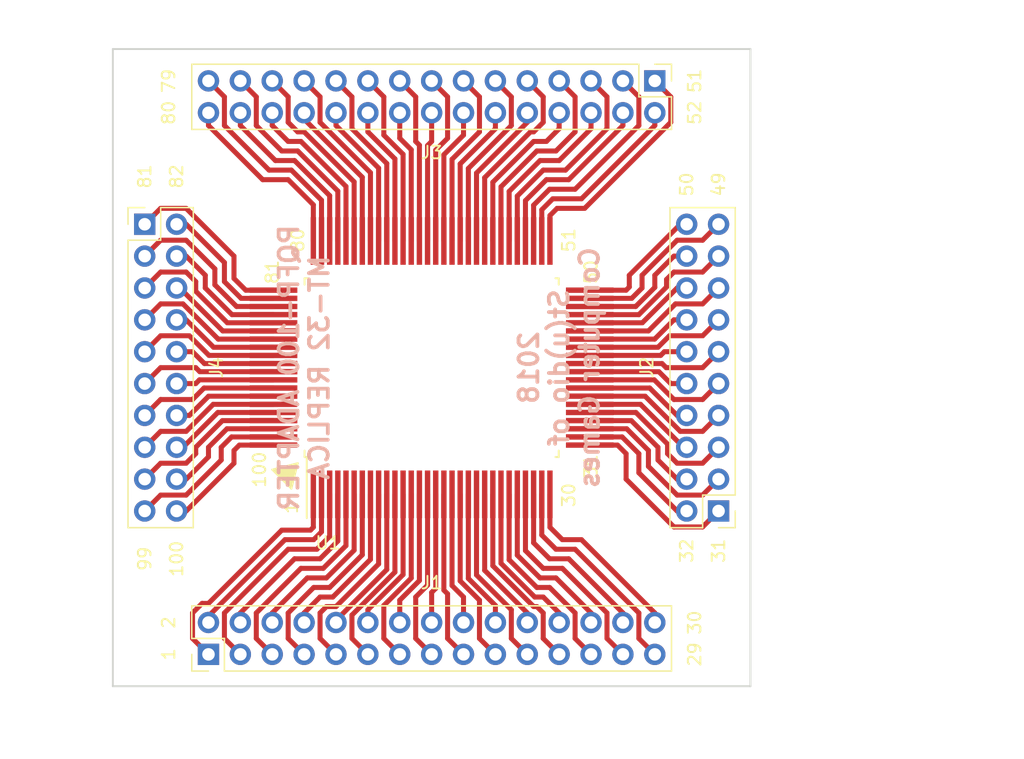
<source format=kicad_pcb>
(kicad_pcb (version 4) (host pcbnew 4.0.7)

  (general
    (links 100)
    (no_connects 0)
    (area 95.149999 79.909999 180.141429 142.400001)
    (thickness 1.6)
    (drawings 26)
    (tracks 452)
    (zones 0)
    (modules 5)
    (nets 101)
  )

  (page A4)
  (layers
    (0 F.Cu signal)
    (31 B.Cu signal)
    (32 B.Adhes user)
    (33 F.Adhes user)
    (34 B.Paste user)
    (35 F.Paste user)
    (36 B.SilkS user)
    (37 F.SilkS user)
    (38 B.Mask user)
    (39 F.Mask user)
    (40 Dwgs.User user)
    (41 Cmts.User user)
    (42 Eco1.User user)
    (43 Eco2.User user)
    (44 Edge.Cuts user)
    (45 Margin user)
    (46 B.CrtYd user)
    (47 F.CrtYd user)
    (48 B.Fab user)
    (49 F.Fab user)
  )

  (setup
    (last_trace_width 0.4)
    (trace_clearance 0.2)
    (zone_clearance 0.508)
    (zone_45_only no)
    (trace_min 0.2)
    (segment_width 0.2)
    (edge_width 0.15)
    (via_size 0.8)
    (via_drill 0.4)
    (via_min_size 0.4)
    (via_min_drill 0.3)
    (uvia_size 0.3)
    (uvia_drill 0.1)
    (uvias_allowed no)
    (uvia_min_size 0.2)
    (uvia_min_drill 0.1)
    (pcb_text_width 0.3)
    (pcb_text_size 1.5 1.5)
    (mod_edge_width 0.15)
    (mod_text_size 1 1)
    (mod_text_width 0.15)
    (pad_size 1.524 1.524)
    (pad_drill 0.762)
    (pad_to_mask_clearance 0.2)
    (aux_axis_origin 0 0)
    (visible_elements 7FFFFFFF)
    (pcbplotparams
      (layerselection 0x010f0_80000001)
      (usegerberextensions false)
      (excludeedgelayer true)
      (linewidth 0.100000)
      (plotframeref false)
      (viasonmask false)
      (mode 1)
      (useauxorigin false)
      (hpglpennumber 1)
      (hpglpenspeed 20)
      (hpglpendiameter 15)
      (hpglpenoverlay 2)
      (psnegative false)
      (psa4output false)
      (plotreference true)
      (plotvalue true)
      (plotinvisibletext false)
      (padsonsilk false)
      (subtractmaskfromsilk false)
      (outputformat 1)
      (mirror false)
      (drillshape 0)
      (scaleselection 1)
      (outputdirectory ""))
  )

  (net 0 "")
  (net 1 /P1)
  (net 2 /P2)
  (net 3 /P3)
  (net 4 /P4)
  (net 5 /P5)
  (net 6 /P6)
  (net 7 /P7)
  (net 8 /P8)
  (net 9 /P9)
  (net 10 /P10)
  (net 11 /P11)
  (net 12 /P12)
  (net 13 /P13)
  (net 14 /P14)
  (net 15 /P15)
  (net 16 /P16)
  (net 17 /P17)
  (net 18 /P18)
  (net 19 /P19)
  (net 20 /P20)
  (net 21 /P21)
  (net 22 /P22)
  (net 23 /P23)
  (net 24 /P24)
  (net 25 /P25)
  (net 26 /P26)
  (net 27 /P27)
  (net 28 /P28)
  (net 29 /P29)
  (net 30 /P30)
  (net 31 /P31)
  (net 32 /P32)
  (net 33 /P33)
  (net 34 /P34)
  (net 35 /P35)
  (net 36 /P36)
  (net 37 /P37)
  (net 38 /P38)
  (net 39 /P39)
  (net 40 /P40)
  (net 41 /P41)
  (net 42 /P42)
  (net 43 /P43)
  (net 44 /P44)
  (net 45 /P45)
  (net 46 /P46)
  (net 47 /P47)
  (net 48 /P48)
  (net 49 /P49)
  (net 50 /P50)
  (net 51 /P51)
  (net 52 /P52)
  (net 53 /P53)
  (net 54 /P54)
  (net 55 /P55)
  (net 56 /P56)
  (net 57 /P57)
  (net 58 /P58)
  (net 59 /P59)
  (net 60 /P60)
  (net 61 /P61)
  (net 62 /P62)
  (net 63 /P63)
  (net 64 /P64)
  (net 65 /P65)
  (net 66 /P66)
  (net 67 /P67)
  (net 68 /P68)
  (net 69 /P69)
  (net 70 /P70)
  (net 71 /P71)
  (net 72 /P72)
  (net 73 /P73)
  (net 74 /P74)
  (net 75 /P75)
  (net 76 /P76)
  (net 77 /P77)
  (net 78 /P78)
  (net 79 /P79)
  (net 80 /P80)
  (net 81 /P81)
  (net 82 /P82)
  (net 83 /P83)
  (net 84 /P84)
  (net 85 /P85)
  (net 86 /P86)
  (net 87 /P87)
  (net 88 /P88)
  (net 89 /P89)
  (net 90 /P90)
  (net 91 /P91)
  (net 92 /P92)
  (net 93 /P93)
  (net 94 /P94)
  (net 95 /P95)
  (net 96 /P96)
  (net 97 /P97)
  (net 98 /P98)
  (net 99 /P99)
  (net 100 /P100)

  (net_class Default "Это класс цепей по умолчанию."
    (clearance 0.2)
    (trace_width 0.4)
    (via_dia 0.8)
    (via_drill 0.4)
    (uvia_dia 0.3)
    (uvia_drill 0.1)
    (add_net /P1)
    (add_net /P10)
    (add_net /P100)
    (add_net /P11)
    (add_net /P12)
    (add_net /P13)
    (add_net /P14)
    (add_net /P15)
    (add_net /P16)
    (add_net /P17)
    (add_net /P18)
    (add_net /P19)
    (add_net /P2)
    (add_net /P20)
    (add_net /P21)
    (add_net /P22)
    (add_net /P23)
    (add_net /P24)
    (add_net /P25)
    (add_net /P26)
    (add_net /P27)
    (add_net /P28)
    (add_net /P29)
    (add_net /P3)
    (add_net /P30)
    (add_net /P31)
    (add_net /P32)
    (add_net /P33)
    (add_net /P34)
    (add_net /P35)
    (add_net /P36)
    (add_net /P37)
    (add_net /P38)
    (add_net /P39)
    (add_net /P4)
    (add_net /P40)
    (add_net /P41)
    (add_net /P42)
    (add_net /P43)
    (add_net /P44)
    (add_net /P45)
    (add_net /P46)
    (add_net /P47)
    (add_net /P48)
    (add_net /P49)
    (add_net /P5)
    (add_net /P50)
    (add_net /P51)
    (add_net /P52)
    (add_net /P53)
    (add_net /P54)
    (add_net /P55)
    (add_net /P56)
    (add_net /P57)
    (add_net /P58)
    (add_net /P59)
    (add_net /P6)
    (add_net /P60)
    (add_net /P61)
    (add_net /P62)
    (add_net /P63)
    (add_net /P64)
    (add_net /P65)
    (add_net /P66)
    (add_net /P67)
    (add_net /P68)
    (add_net /P69)
    (add_net /P7)
    (add_net /P70)
    (add_net /P71)
    (add_net /P72)
    (add_net /P73)
    (add_net /P74)
    (add_net /P75)
    (add_net /P76)
    (add_net /P77)
    (add_net /P78)
    (add_net /P79)
    (add_net /P8)
    (add_net /P80)
    (add_net /P81)
    (add_net /P82)
    (add_net /P83)
    (add_net /P84)
    (add_net /P85)
    (add_net /P86)
    (add_net /P87)
    (add_net /P88)
    (add_net /P89)
    (add_net /P9)
    (add_net /P90)
    (add_net /P91)
    (add_net /P92)
    (add_net /P93)
    (add_net /P94)
    (add_net /P95)
    (add_net /P96)
    (add_net /P97)
    (add_net /P98)
    (add_net /P99)
  )

  (module Pin_Headers:Pin_Header_Straight_2x15_Pitch2.54mm (layer F.Cu) (tedit 5B5A354D) (tstamp 5B53A79B)
    (at 147.32 86.36 270)
    (descr "Through hole straight pin header, 2x15, 2.54mm pitch, double rows")
    (tags "Through hole pin header THT 2x15 2.54mm double row")
    (path /5B539BAF)
    (fp_text reference J3 (at 5.715 17.78 540) (layer F.SilkS)
      (effects (font (size 1 1) (thickness 0.15)))
    )
    (fp_text value UP (at 1.27 0 360) (layer F.Fab)
      (effects (font (size 1 1) (thickness 0.15)))
    )
    (fp_line (start 0 -1.27) (end 3.81 -1.27) (layer F.Fab) (width 0.1))
    (fp_line (start 3.81 -1.27) (end 3.81 36.83) (layer F.Fab) (width 0.1))
    (fp_line (start 3.81 36.83) (end -1.27 36.83) (layer F.Fab) (width 0.1))
    (fp_line (start -1.27 36.83) (end -1.27 0) (layer F.Fab) (width 0.1))
    (fp_line (start -1.27 0) (end 0 -1.27) (layer F.Fab) (width 0.1))
    (fp_line (start -1.33 36.89) (end 3.87 36.89) (layer F.SilkS) (width 0.12))
    (fp_line (start -1.33 1.27) (end -1.33 36.89) (layer F.SilkS) (width 0.12))
    (fp_line (start 3.87 -1.33) (end 3.87 36.89) (layer F.SilkS) (width 0.12))
    (fp_line (start -1.33 1.27) (end 1.27 1.27) (layer F.SilkS) (width 0.12))
    (fp_line (start 1.27 1.27) (end 1.27 -1.33) (layer F.SilkS) (width 0.12))
    (fp_line (start 1.27 -1.33) (end 3.87 -1.33) (layer F.SilkS) (width 0.12))
    (fp_line (start -1.33 0) (end -1.33 -1.33) (layer F.SilkS) (width 0.12))
    (fp_line (start -1.33 -1.33) (end 0 -1.33) (layer F.SilkS) (width 0.12))
    (fp_line (start -1.8 -1.8) (end -1.8 37.35) (layer F.CrtYd) (width 0.05))
    (fp_line (start -1.8 37.35) (end 4.35 37.35) (layer F.CrtYd) (width 0.05))
    (fp_line (start 4.35 37.35) (end 4.35 -1.8) (layer F.CrtYd) (width 0.05))
    (fp_line (start 4.35 -1.8) (end -1.8 -1.8) (layer F.CrtYd) (width 0.05))
    (fp_text user %R (at 1.27 17.78 360) (layer F.Fab)
      (effects (font (size 1 1) (thickness 0.15)))
    )
    (pad 1 thru_hole rect (at 0 0 270) (size 1.7 1.7) (drill 1) (layers *.Cu *.Mask)
      (net 51 /P51))
    (pad 2 thru_hole oval (at 2.54 0 270) (size 1.7 1.7) (drill 1) (layers *.Cu *.Mask)
      (net 52 /P52))
    (pad 3 thru_hole oval (at 0 2.54 270) (size 1.7 1.7) (drill 1) (layers *.Cu *.Mask)
      (net 53 /P53))
    (pad 4 thru_hole oval (at 2.54 2.54 270) (size 1.7 1.7) (drill 1) (layers *.Cu *.Mask)
      (net 54 /P54))
    (pad 5 thru_hole oval (at 0 5.08 270) (size 1.7 1.7) (drill 1) (layers *.Cu *.Mask)
      (net 55 /P55))
    (pad 6 thru_hole oval (at 2.54 5.08 270) (size 1.7 1.7) (drill 1) (layers *.Cu *.Mask)
      (net 56 /P56))
    (pad 7 thru_hole oval (at 0 7.62 270) (size 1.7 1.7) (drill 1) (layers *.Cu *.Mask)
      (net 57 /P57))
    (pad 8 thru_hole oval (at 2.54 7.62 270) (size 1.7 1.7) (drill 1) (layers *.Cu *.Mask)
      (net 58 /P58))
    (pad 9 thru_hole oval (at 0 10.16 270) (size 1.7 1.7) (drill 1) (layers *.Cu *.Mask)
      (net 59 /P59))
    (pad 10 thru_hole oval (at 2.54 10.16 270) (size 1.7 1.7) (drill 1) (layers *.Cu *.Mask)
      (net 60 /P60))
    (pad 11 thru_hole oval (at 0 12.7 270) (size 1.7 1.7) (drill 1) (layers *.Cu *.Mask)
      (net 61 /P61))
    (pad 12 thru_hole oval (at 2.54 12.7 270) (size 1.7 1.7) (drill 1) (layers *.Cu *.Mask)
      (net 62 /P62))
    (pad 13 thru_hole oval (at 0 15.24 270) (size 1.7 1.7) (drill 1) (layers *.Cu *.Mask)
      (net 63 /P63))
    (pad 14 thru_hole oval (at 2.54 15.24 270) (size 1.7 1.7) (drill 1) (layers *.Cu *.Mask)
      (net 64 /P64))
    (pad 15 thru_hole oval (at 0 17.78 270) (size 1.7 1.7) (drill 1) (layers *.Cu *.Mask)
      (net 65 /P65))
    (pad 16 thru_hole oval (at 2.54 17.78 270) (size 1.7 1.7) (drill 1) (layers *.Cu *.Mask)
      (net 66 /P66))
    (pad 17 thru_hole oval (at 0 20.32 270) (size 1.7 1.7) (drill 1) (layers *.Cu *.Mask)
      (net 67 /P67))
    (pad 18 thru_hole oval (at 2.54 20.32 270) (size 1.7 1.7) (drill 1) (layers *.Cu *.Mask)
      (net 68 /P68))
    (pad 19 thru_hole oval (at 0 22.86 270) (size 1.7 1.7) (drill 1) (layers *.Cu *.Mask)
      (net 69 /P69))
    (pad 20 thru_hole oval (at 2.54 22.86 270) (size 1.7 1.7) (drill 1) (layers *.Cu *.Mask)
      (net 70 /P70))
    (pad 21 thru_hole oval (at 0 25.4 270) (size 1.7 1.7) (drill 1) (layers *.Cu *.Mask)
      (net 71 /P71))
    (pad 22 thru_hole oval (at 2.54 25.4 270) (size 1.7 1.7) (drill 1) (layers *.Cu *.Mask)
      (net 72 /P72))
    (pad 23 thru_hole oval (at 0 27.94 270) (size 1.7 1.7) (drill 1) (layers *.Cu *.Mask)
      (net 73 /P73))
    (pad 24 thru_hole oval (at 2.54 27.94 270) (size 1.7 1.7) (drill 1) (layers *.Cu *.Mask)
      (net 74 /P74))
    (pad 25 thru_hole oval (at 0 30.48 270) (size 1.7 1.7) (drill 1) (layers *.Cu *.Mask)
      (net 75 /P75))
    (pad 26 thru_hole oval (at 2.54 30.48 270) (size 1.7 1.7) (drill 1) (layers *.Cu *.Mask)
      (net 76 /P76))
    (pad 27 thru_hole oval (at 0 33.02 270) (size 1.7 1.7) (drill 1) (layers *.Cu *.Mask)
      (net 77 /P77))
    (pad 28 thru_hole oval (at 2.54 33.02 270) (size 1.7 1.7) (drill 1) (layers *.Cu *.Mask)
      (net 78 /P78))
    (pad 29 thru_hole oval (at 0 35.56 270) (size 1.7 1.7) (drill 1) (layers *.Cu *.Mask)
      (net 79 /P79))
    (pad 30 thru_hole oval (at 2.54 35.56 270) (size 1.7 1.7) (drill 1) (layers *.Cu *.Mask)
      (net 80 /P80))
    (model ${KISYS3DMOD}/Pin_Headers.3dshapes/Pin_Header_Straight_2x15_Pitch2.54mm.wrl
      (at (xyz 0 0 0))
      (scale (xyz 1 1 1))
      (rotate (xyz 0 0 0))
    )
  )

  (module Pin_Headers:Pin_Header_Straight_2x15_Pitch2.54mm (layer F.Cu) (tedit 5B5A34F2) (tstamp 5B53A73D)
    (at 111.76 132.08 90)
    (descr "Through hole straight pin header, 2x15, 2.54mm pitch, double rows")
    (tags "Through hole pin header THT 2x15 2.54mm double row")
    (path /5B539B62)
    (fp_text reference J1 (at 5.715 17.78 360) (layer F.SilkS)
      (effects (font (size 1 1) (thickness 0.15)))
    )
    (fp_text value DOWN (at 1.27 1.27 180) (layer F.Fab)
      (effects (font (size 1 1) (thickness 0.15)))
    )
    (fp_line (start 0 -1.27) (end 3.81 -1.27) (layer F.Fab) (width 0.1))
    (fp_line (start 3.81 -1.27) (end 3.81 36.83) (layer F.Fab) (width 0.1))
    (fp_line (start 3.81 36.83) (end -1.27 36.83) (layer F.Fab) (width 0.1))
    (fp_line (start -1.27 36.83) (end -1.27 0) (layer F.Fab) (width 0.1))
    (fp_line (start -1.27 0) (end 0 -1.27) (layer F.Fab) (width 0.1))
    (fp_line (start -1.33 36.89) (end 3.87 36.89) (layer F.SilkS) (width 0.12))
    (fp_line (start -1.33 1.27) (end -1.33 36.89) (layer F.SilkS) (width 0.12))
    (fp_line (start 3.87 -1.33) (end 3.87 36.89) (layer F.SilkS) (width 0.12))
    (fp_line (start -1.33 1.27) (end 1.27 1.27) (layer F.SilkS) (width 0.12))
    (fp_line (start 1.27 1.27) (end 1.27 -1.33) (layer F.SilkS) (width 0.12))
    (fp_line (start 1.27 -1.33) (end 3.87 -1.33) (layer F.SilkS) (width 0.12))
    (fp_line (start -1.33 0) (end -1.33 -1.33) (layer F.SilkS) (width 0.12))
    (fp_line (start -1.33 -1.33) (end 0 -1.33) (layer F.SilkS) (width 0.12))
    (fp_line (start -1.8 -1.8) (end -1.8 37.35) (layer F.CrtYd) (width 0.05))
    (fp_line (start -1.8 37.35) (end 4.35 37.35) (layer F.CrtYd) (width 0.05))
    (fp_line (start 4.35 37.35) (end 4.35 -1.8) (layer F.CrtYd) (width 0.05))
    (fp_line (start 4.35 -1.8) (end -1.8 -1.8) (layer F.CrtYd) (width 0.05))
    (fp_text user %R (at 1.27 17.78 180) (layer F.Fab)
      (effects (font (size 1 1) (thickness 0.15)))
    )
    (pad 1 thru_hole rect (at 0 0 90) (size 1.7 1.7) (drill 1) (layers *.Cu *.Mask)
      (net 1 /P1))
    (pad 2 thru_hole oval (at 2.54 0 90) (size 1.7 1.7) (drill 1) (layers *.Cu *.Mask)
      (net 2 /P2))
    (pad 3 thru_hole oval (at 0 2.54 90) (size 1.7 1.7) (drill 1) (layers *.Cu *.Mask)
      (net 3 /P3))
    (pad 4 thru_hole oval (at 2.54 2.54 90) (size 1.7 1.7) (drill 1) (layers *.Cu *.Mask)
      (net 4 /P4))
    (pad 5 thru_hole oval (at 0 5.08 90) (size 1.7 1.7) (drill 1) (layers *.Cu *.Mask)
      (net 5 /P5))
    (pad 6 thru_hole oval (at 2.54 5.08 90) (size 1.7 1.7) (drill 1) (layers *.Cu *.Mask)
      (net 6 /P6))
    (pad 7 thru_hole oval (at 0 7.62 90) (size 1.7 1.7) (drill 1) (layers *.Cu *.Mask)
      (net 7 /P7))
    (pad 8 thru_hole oval (at 2.54 7.62 90) (size 1.7 1.7) (drill 1) (layers *.Cu *.Mask)
      (net 8 /P8))
    (pad 9 thru_hole oval (at 0 10.16 90) (size 1.7 1.7) (drill 1) (layers *.Cu *.Mask)
      (net 9 /P9))
    (pad 10 thru_hole oval (at 2.54 10.16 90) (size 1.7 1.7) (drill 1) (layers *.Cu *.Mask)
      (net 10 /P10))
    (pad 11 thru_hole oval (at 0 12.7 90) (size 1.7 1.7) (drill 1) (layers *.Cu *.Mask)
      (net 11 /P11))
    (pad 12 thru_hole oval (at 2.54 12.7 90) (size 1.7 1.7) (drill 1) (layers *.Cu *.Mask)
      (net 12 /P12))
    (pad 13 thru_hole oval (at 0 15.24 90) (size 1.7 1.7) (drill 1) (layers *.Cu *.Mask)
      (net 13 /P13))
    (pad 14 thru_hole oval (at 2.54 15.24 90) (size 1.7 1.7) (drill 1) (layers *.Cu *.Mask)
      (net 14 /P14))
    (pad 15 thru_hole oval (at 0 17.78 90) (size 1.7 1.7) (drill 1) (layers *.Cu *.Mask)
      (net 15 /P15))
    (pad 16 thru_hole oval (at 2.54 17.78 90) (size 1.7 1.7) (drill 1) (layers *.Cu *.Mask)
      (net 16 /P16))
    (pad 17 thru_hole oval (at 0 20.32 90) (size 1.7 1.7) (drill 1) (layers *.Cu *.Mask)
      (net 17 /P17))
    (pad 18 thru_hole oval (at 2.54 20.32 90) (size 1.7 1.7) (drill 1) (layers *.Cu *.Mask)
      (net 18 /P18))
    (pad 19 thru_hole oval (at 0 22.86 90) (size 1.7 1.7) (drill 1) (layers *.Cu *.Mask)
      (net 19 /P19))
    (pad 20 thru_hole oval (at 2.54 22.86 90) (size 1.7 1.7) (drill 1) (layers *.Cu *.Mask)
      (net 20 /P20))
    (pad 21 thru_hole oval (at 0 25.4 90) (size 1.7 1.7) (drill 1) (layers *.Cu *.Mask)
      (net 21 /P21))
    (pad 22 thru_hole oval (at 2.54 25.4 90) (size 1.7 1.7) (drill 1) (layers *.Cu *.Mask)
      (net 22 /P22))
    (pad 23 thru_hole oval (at 0 27.94 90) (size 1.7 1.7) (drill 1) (layers *.Cu *.Mask)
      (net 23 /P23))
    (pad 24 thru_hole oval (at 2.54 27.94 90) (size 1.7 1.7) (drill 1) (layers *.Cu *.Mask)
      (net 24 /P24))
    (pad 25 thru_hole oval (at 0 30.48 90) (size 1.7 1.7) (drill 1) (layers *.Cu *.Mask)
      (net 25 /P25))
    (pad 26 thru_hole oval (at 2.54 30.48 90) (size 1.7 1.7) (drill 1) (layers *.Cu *.Mask)
      (net 26 /P26))
    (pad 27 thru_hole oval (at 0 33.02 90) (size 1.7 1.7) (drill 1) (layers *.Cu *.Mask)
      (net 27 /P27))
    (pad 28 thru_hole oval (at 2.54 33.02 90) (size 1.7 1.7) (drill 1) (layers *.Cu *.Mask)
      (net 28 /P28))
    (pad 29 thru_hole oval (at 0 35.56 90) (size 1.7 1.7) (drill 1) (layers *.Cu *.Mask)
      (net 29 /P29))
    (pad 30 thru_hole oval (at 2.54 35.56 90) (size 1.7 1.7) (drill 1) (layers *.Cu *.Mask)
      (net 30 /P30))
    (model ${KISYS3DMOD}/Pin_Headers.3dshapes/Pin_Header_Straight_2x15_Pitch2.54mm.wrl
      (at (xyz 0 0 0))
      (scale (xyz 1 1 1))
      (rotate (xyz 0 0 0))
    )
  )

  (module Pin_Headers:Pin_Header_Straight_2x10_Pitch2.54mm (layer F.Cu) (tedit 5B5A353D) (tstamp 5B53A7C5)
    (at 106.68 97.79)
    (descr "Through hole straight pin header, 2x10, 2.54mm pitch, double rows")
    (tags "Through hole pin header THT 2x10 2.54mm double row")
    (path /5B539C29)
    (fp_text reference J4 (at 5.715 11.43 90) (layer F.SilkS)
      (effects (font (size 1 1) (thickness 0.15)))
    )
    (fp_text value LEFT (at 1.27 0.635 270) (layer F.Fab)
      (effects (font (size 1 1) (thickness 0.15)))
    )
    (fp_line (start 0 -1.27) (end 3.81 -1.27) (layer F.Fab) (width 0.1))
    (fp_line (start 3.81 -1.27) (end 3.81 24.13) (layer F.Fab) (width 0.1))
    (fp_line (start 3.81 24.13) (end -1.27 24.13) (layer F.Fab) (width 0.1))
    (fp_line (start -1.27 24.13) (end -1.27 0) (layer F.Fab) (width 0.1))
    (fp_line (start -1.27 0) (end 0 -1.27) (layer F.Fab) (width 0.1))
    (fp_line (start -1.33 24.19) (end 3.87 24.19) (layer F.SilkS) (width 0.12))
    (fp_line (start -1.33 1.27) (end -1.33 24.19) (layer F.SilkS) (width 0.12))
    (fp_line (start 3.87 -1.33) (end 3.87 24.19) (layer F.SilkS) (width 0.12))
    (fp_line (start -1.33 1.27) (end 1.27 1.27) (layer F.SilkS) (width 0.12))
    (fp_line (start 1.27 1.27) (end 1.27 -1.33) (layer F.SilkS) (width 0.12))
    (fp_line (start 1.27 -1.33) (end 3.87 -1.33) (layer F.SilkS) (width 0.12))
    (fp_line (start -1.33 0) (end -1.33 -1.33) (layer F.SilkS) (width 0.12))
    (fp_line (start -1.33 -1.33) (end 0 -1.33) (layer F.SilkS) (width 0.12))
    (fp_line (start -1.8 -1.8) (end -1.8 24.65) (layer F.CrtYd) (width 0.05))
    (fp_line (start -1.8 24.65) (end 4.35 24.65) (layer F.CrtYd) (width 0.05))
    (fp_line (start 4.35 24.65) (end 4.35 -1.8) (layer F.CrtYd) (width 0.05))
    (fp_line (start 4.35 -1.8) (end -1.8 -1.8) (layer F.CrtYd) (width 0.05))
    (fp_text user %R (at 1.27 11.43 90) (layer F.Fab)
      (effects (font (size 1 1) (thickness 0.15)))
    )
    (pad 1 thru_hole rect (at 0 0) (size 1.7 1.7) (drill 1) (layers *.Cu *.Mask)
      (net 81 /P81))
    (pad 2 thru_hole oval (at 2.54 0) (size 1.7 1.7) (drill 1) (layers *.Cu *.Mask)
      (net 82 /P82))
    (pad 3 thru_hole oval (at 0 2.54) (size 1.7 1.7) (drill 1) (layers *.Cu *.Mask)
      (net 83 /P83))
    (pad 4 thru_hole oval (at 2.54 2.54) (size 1.7 1.7) (drill 1) (layers *.Cu *.Mask)
      (net 84 /P84))
    (pad 5 thru_hole oval (at 0 5.08) (size 1.7 1.7) (drill 1) (layers *.Cu *.Mask)
      (net 85 /P85))
    (pad 6 thru_hole oval (at 2.54 5.08) (size 1.7 1.7) (drill 1) (layers *.Cu *.Mask)
      (net 86 /P86))
    (pad 7 thru_hole oval (at 0 7.62) (size 1.7 1.7) (drill 1) (layers *.Cu *.Mask)
      (net 87 /P87))
    (pad 8 thru_hole oval (at 2.54 7.62) (size 1.7 1.7) (drill 1) (layers *.Cu *.Mask)
      (net 88 /P88))
    (pad 9 thru_hole oval (at 0 10.16) (size 1.7 1.7) (drill 1) (layers *.Cu *.Mask)
      (net 89 /P89))
    (pad 10 thru_hole oval (at 2.54 10.16) (size 1.7 1.7) (drill 1) (layers *.Cu *.Mask)
      (net 90 /P90))
    (pad 11 thru_hole oval (at 0 12.7) (size 1.7 1.7) (drill 1) (layers *.Cu *.Mask)
      (net 91 /P91))
    (pad 12 thru_hole oval (at 2.54 12.7) (size 1.7 1.7) (drill 1) (layers *.Cu *.Mask)
      (net 92 /P92))
    (pad 13 thru_hole oval (at 0 15.24) (size 1.7 1.7) (drill 1) (layers *.Cu *.Mask)
      (net 93 /P93))
    (pad 14 thru_hole oval (at 2.54 15.24) (size 1.7 1.7) (drill 1) (layers *.Cu *.Mask)
      (net 94 /P94))
    (pad 15 thru_hole oval (at 0 17.78) (size 1.7 1.7) (drill 1) (layers *.Cu *.Mask)
      (net 95 /P95))
    (pad 16 thru_hole oval (at 2.54 17.78) (size 1.7 1.7) (drill 1) (layers *.Cu *.Mask)
      (net 96 /P96))
    (pad 17 thru_hole oval (at 0 20.32) (size 1.7 1.7) (drill 1) (layers *.Cu *.Mask)
      (net 97 /P97))
    (pad 18 thru_hole oval (at 2.54 20.32) (size 1.7 1.7) (drill 1) (layers *.Cu *.Mask)
      (net 98 /P98))
    (pad 19 thru_hole oval (at 0 22.86) (size 1.7 1.7) (drill 1) (layers *.Cu *.Mask)
      (net 99 /P99))
    (pad 20 thru_hole oval (at 2.54 22.86) (size 1.7 1.7) (drill 1) (layers *.Cu *.Mask)
      (net 100 /P100))
    (model ${KISYS3DMOD}/Pin_Headers.3dshapes/Pin_Header_Straight_2x10_Pitch2.54mm.wrl
      (at (xyz 0 0 0))
      (scale (xyz 1 1 1))
      (rotate (xyz 0 0 0))
    )
  )

  (module Pin_Headers:Pin_Header_Straight_2x10_Pitch2.54mm (layer F.Cu) (tedit 5B5A34FE) (tstamp 5B53A767)
    (at 152.4 120.65 180)
    (descr "Through hole straight pin header, 2x10, 2.54mm pitch, double rows")
    (tags "Through hole pin header THT 2x10 2.54mm double row")
    (path /5B539BD8)
    (fp_text reference J2 (at 5.715 11.43 450) (layer F.SilkS)
      (effects (font (size 1 1) (thickness 0.15)))
    )
    (fp_text value RIGHT (at 1.27 1.27 270) (layer F.Fab)
      (effects (font (size 1 1) (thickness 0.15)))
    )
    (fp_line (start 0 -1.27) (end 3.81 -1.27) (layer F.Fab) (width 0.1))
    (fp_line (start 3.81 -1.27) (end 3.81 24.13) (layer F.Fab) (width 0.1))
    (fp_line (start 3.81 24.13) (end -1.27 24.13) (layer F.Fab) (width 0.1))
    (fp_line (start -1.27 24.13) (end -1.27 0) (layer F.Fab) (width 0.1))
    (fp_line (start -1.27 0) (end 0 -1.27) (layer F.Fab) (width 0.1))
    (fp_line (start -1.33 24.19) (end 3.87 24.19) (layer F.SilkS) (width 0.12))
    (fp_line (start -1.33 1.27) (end -1.33 24.19) (layer F.SilkS) (width 0.12))
    (fp_line (start 3.87 -1.33) (end 3.87 24.19) (layer F.SilkS) (width 0.12))
    (fp_line (start -1.33 1.27) (end 1.27 1.27) (layer F.SilkS) (width 0.12))
    (fp_line (start 1.27 1.27) (end 1.27 -1.33) (layer F.SilkS) (width 0.12))
    (fp_line (start 1.27 -1.33) (end 3.87 -1.33) (layer F.SilkS) (width 0.12))
    (fp_line (start -1.33 0) (end -1.33 -1.33) (layer F.SilkS) (width 0.12))
    (fp_line (start -1.33 -1.33) (end 0 -1.33) (layer F.SilkS) (width 0.12))
    (fp_line (start -1.8 -1.8) (end -1.8 24.65) (layer F.CrtYd) (width 0.05))
    (fp_line (start -1.8 24.65) (end 4.35 24.65) (layer F.CrtYd) (width 0.05))
    (fp_line (start 4.35 24.65) (end 4.35 -1.8) (layer F.CrtYd) (width 0.05))
    (fp_line (start 4.35 -1.8) (end -1.8 -1.8) (layer F.CrtYd) (width 0.05))
    (fp_text user %R (at 1.27 11.43 270) (layer F.Fab)
      (effects (font (size 1 1) (thickness 0.15)))
    )
    (pad 1 thru_hole rect (at 0 0 180) (size 1.7 1.7) (drill 1) (layers *.Cu *.Mask)
      (net 31 /P31))
    (pad 2 thru_hole oval (at 2.54 0 180) (size 1.7 1.7) (drill 1) (layers *.Cu *.Mask)
      (net 32 /P32))
    (pad 3 thru_hole oval (at 0 2.54 180) (size 1.7 1.7) (drill 1) (layers *.Cu *.Mask)
      (net 33 /P33))
    (pad 4 thru_hole oval (at 2.54 2.54 180) (size 1.7 1.7) (drill 1) (layers *.Cu *.Mask)
      (net 34 /P34))
    (pad 5 thru_hole oval (at 0 5.08 180) (size 1.7 1.7) (drill 1) (layers *.Cu *.Mask)
      (net 35 /P35))
    (pad 6 thru_hole oval (at 2.54 5.08 180) (size 1.7 1.7) (drill 1) (layers *.Cu *.Mask)
      (net 36 /P36))
    (pad 7 thru_hole oval (at 0 7.62 180) (size 1.7 1.7) (drill 1) (layers *.Cu *.Mask)
      (net 37 /P37))
    (pad 8 thru_hole oval (at 2.54 7.62 180) (size 1.7 1.7) (drill 1) (layers *.Cu *.Mask)
      (net 38 /P38))
    (pad 9 thru_hole oval (at 0 10.16 180) (size 1.7 1.7) (drill 1) (layers *.Cu *.Mask)
      (net 39 /P39))
    (pad 10 thru_hole oval (at 2.54 10.16 180) (size 1.7 1.7) (drill 1) (layers *.Cu *.Mask)
      (net 40 /P40))
    (pad 11 thru_hole oval (at 0 12.7 180) (size 1.7 1.7) (drill 1) (layers *.Cu *.Mask)
      (net 41 /P41))
    (pad 12 thru_hole oval (at 2.54 12.7 180) (size 1.7 1.7) (drill 1) (layers *.Cu *.Mask)
      (net 42 /P42))
    (pad 13 thru_hole oval (at 0 15.24 180) (size 1.7 1.7) (drill 1) (layers *.Cu *.Mask)
      (net 43 /P43))
    (pad 14 thru_hole oval (at 2.54 15.24 180) (size 1.7 1.7) (drill 1) (layers *.Cu *.Mask)
      (net 44 /P44))
    (pad 15 thru_hole oval (at 0 17.78 180) (size 1.7 1.7) (drill 1) (layers *.Cu *.Mask)
      (net 45 /P45))
    (pad 16 thru_hole oval (at 2.54 17.78 180) (size 1.7 1.7) (drill 1) (layers *.Cu *.Mask)
      (net 46 /P46))
    (pad 17 thru_hole oval (at 0 20.32 180) (size 1.7 1.7) (drill 1) (layers *.Cu *.Mask)
      (net 47 /P47))
    (pad 18 thru_hole oval (at 2.54 20.32 180) (size 1.7 1.7) (drill 1) (layers *.Cu *.Mask)
      (net 48 /P48))
    (pad 19 thru_hole oval (at 0 22.86 180) (size 1.7 1.7) (drill 1) (layers *.Cu *.Mask)
      (net 49 /P49))
    (pad 20 thru_hole oval (at 2.54 22.86 180) (size 1.7 1.7) (drill 1) (layers *.Cu *.Mask)
      (net 50 /P50))
    (model ${KISYS3DMOD}/Pin_Headers.3dshapes/Pin_Header_Straight_2x10_Pitch2.54mm.wrl
      (at (xyz 0 0 0))
      (scale (xyz 1 1 1))
      (rotate (xyz 0 0 0))
    )
  )

  (module adapter-la32_reverb:PQFP-100_14x20mm_Pitch0.65mm_Roland (layer F.Cu) (tedit 5B5A3517) (tstamp 5B5A31C1)
    (at 129.54 109.22 90)
    (descr "PQFP100 14x20 / QIP100E CASE 122BV (see ON Semiconductor 122BV.PDF)")
    (tags "QFP 0.65")
    (path /5B539AAA)
    (attr smd)
    (fp_text reference U1 (at -13.97 -8.255 180) (layer F.SilkS)
      (effects (font (size 1 1) (thickness 0.15)))
    )
    (fp_text value LA32 (at 0 16.51 90) (layer F.Fab)
      (effects (font (size 1 1) (thickness 0.15)))
    )
    (fp_text user 100 (at -8.128 -13.716 90) (layer F.SilkS)
      (effects (font (size 1 1) (thickness 0.15)))
    )
    (fp_text user 1 (at -11.176 -11.176 90) (layer F.SilkS)
      (effects (font (size 1 1) (thickness 0.15)))
    )
    (fp_text user 30 (at -10.16 10.922 90) (layer F.SilkS)
      (effects (font (size 1 1) (thickness 0.15)))
    )
    (fp_text user 31 (at -7.874 12.7 90) (layer F.SilkS)
      (effects (font (size 1 1) (thickness 0.15)))
    )
    (fp_text user 50 (at 7.62 12.7 90) (layer F.SilkS)
      (effects (font (size 1 1) (thickness 0.15)))
    )
    (fp_text user 51 (at 10.16 10.922 90) (layer F.SilkS)
      (effects (font (size 1 1) (thickness 0.15)))
    )
    (fp_text user 80 (at 10.16 -10.668 90) (layer F.SilkS)
      (effects (font (size 1 1) (thickness 0.15)))
    )
    (fp_text user 81 (at 7.62 -12.7 90) (layer F.SilkS)
      (effects (font (size 1 1) (thickness 0.15)))
    )
    (fp_line (start -7.62 -10.668) (end -8.1915 -12.5095) (layer F.SilkS) (width 0.15))
    (fp_line (start -8.1915 -12.5095) (end -9.4615 -11.2395) (layer F.SilkS) (width 0.15))
    (fp_line (start -9.4615 -11.2395) (end -7.747 -10.795) (layer F.SilkS) (width 0.15))
    (fp_line (start -7.747 -10.795) (end -8.255 -12.319) (layer F.SilkS) (width 0.15))
    (fp_line (start -8.255 -12.319) (end -9.271 -11.303) (layer F.SilkS) (width 0.15))
    (fp_line (start -9.271 -11.303) (end -7.9375 -10.922) (layer F.SilkS) (width 0.15))
    (fp_line (start -7.9375 -10.922) (end -8.255 -12.1285) (layer F.SilkS) (width 0.15))
    (fp_line (start -8.255 -12.1285) (end -9.0805 -11.303) (layer F.SilkS) (width 0.15))
    (fp_line (start -9.0805 -11.303) (end -8.0645 -11.049) (layer F.SilkS) (width 0.15))
    (fp_line (start -8.0645 -11.049) (end -8.3185 -11.938) (layer F.SilkS) (width 0.15))
    (fp_line (start -8.3185 -11.938) (end -8.89 -11.3665) (layer F.SilkS) (width 0.15))
    (fp_line (start -8.89 -11.3665) (end -8.1915 -11.176) (layer F.SilkS) (width 0.15))
    (fp_line (start -8.1915 -11.176) (end -8.3185 -11.7475) (layer F.SilkS) (width 0.15))
    (fp_line (start -8.3185 -11.7475) (end -8.6995 -11.43) (layer F.SilkS) (width 0.15))
    (fp_line (start -8.6995 -11.43) (end -8.3185 -11.303) (layer F.SilkS) (width 0.15))
    (fp_line (start -8.3185 -11.303) (end -8.382 -11.557) (layer F.SilkS) (width 0.15))
    (fp_line (start -8.382 -11.557) (end -8.509 -11.43) (layer F.SilkS) (width 0.15))
    (fp_line (start -7.62 -10.668) (end -9.652 -11.176) (layer F.SilkS) (width 0.15))
    (fp_line (start -9.652 -11.176) (end -8.128 -12.7) (layer F.SilkS) (width 0.15))
    (fp_line (start -8.128 -12.7) (end -7.62 -10.668) (layer F.SilkS) (width 0.15))
    (fp_text user %R (at 0 0 90) (layer F.Fab)
      (effects (font (size 1 1) (thickness 0.15)))
    )
    (fp_line (start -6 -10) (end 7 -10) (layer F.Fab) (width 0.15))
    (fp_line (start 7 -10) (end 7 10) (layer F.Fab) (width 0.15))
    (fp_line (start 7 10) (end -7 10) (layer F.Fab) (width 0.15))
    (fp_line (start -7 10) (end -7 -9) (layer F.Fab) (width 0.15))
    (fp_line (start -7 -9) (end -6 -10) (layer F.Fab) (width 0.15))
    (fp_line (start -12 -14.5) (end -12 14.5) (layer F.CrtYd) (width 0.05))
    (fp_line (start 12 -14.5) (end 12 14.5) (layer F.CrtYd) (width 0.05))
    (fp_line (start -12 -14.5) (end 12 -14.5) (layer F.CrtYd) (width 0.05))
    (fp_line (start -12 14.5) (end 12 14.5) (layer F.CrtYd) (width 0.05))
    (fp_line (start -7.125 -10.125) (end -7.125 -9.95) (layer F.SilkS) (width 0.15))
    (fp_line (start 7.125 -10.125) (end 7.125 -9.865) (layer F.SilkS) (width 0.15))
    (fp_line (start 7.125 10.125) (end 7.125 9.865) (layer F.SilkS) (width 0.15))
    (fp_line (start -7.125 10.125) (end -7.125 9.865) (layer F.SilkS) (width 0.15))
    (fp_line (start -7.125 -10.125) (end -6.615 -10.125) (layer F.SilkS) (width 0.15))
    (fp_line (start -7.125 10.125) (end -6.615 10.125) (layer F.SilkS) (width 0.15))
    (fp_line (start 7.125 10.125) (end 6.615 10.125) (layer F.SilkS) (width 0.15))
    (fp_line (start 7.125 -10.125) (end 6.615 -10.125) (layer F.SilkS) (width 0.15))
    (fp_line (start -7.125 -9.95) (end -12 -9.95) (layer F.SilkS) (width 0.15))
    (pad 1 smd rect (at -10.1 -9.425 90) (size 3.8 0.43) (layers F.Cu F.Paste F.Mask)
      (net 1 /P1))
    (pad 2 smd rect (at -10.1 -8.775 90) (size 3.8 0.43) (layers F.Cu F.Paste F.Mask)
      (net 2 /P2))
    (pad 3 smd rect (at -10.1 -8.125 90) (size 3.8 0.43) (layers F.Cu F.Paste F.Mask)
      (net 3 /P3))
    (pad 4 smd rect (at -10.1 -7.475 90) (size 3.8 0.43) (layers F.Cu F.Paste F.Mask)
      (net 4 /P4))
    (pad 5 smd rect (at -10.1 -6.825 90) (size 3.8 0.43) (layers F.Cu F.Paste F.Mask)
      (net 5 /P5))
    (pad 6 smd rect (at -10.1 -6.175 90) (size 3.8 0.43) (layers F.Cu F.Paste F.Mask)
      (net 6 /P6))
    (pad 7 smd rect (at -10.1 -5.525 90) (size 3.8 0.43) (layers F.Cu F.Paste F.Mask)
      (net 7 /P7))
    (pad 8 smd rect (at -10.1 -4.875 90) (size 3.8 0.43) (layers F.Cu F.Paste F.Mask)
      (net 8 /P8))
    (pad 9 smd rect (at -10.1 -4.225 90) (size 3.8 0.43) (layers F.Cu F.Paste F.Mask)
      (net 9 /P9))
    (pad 10 smd rect (at -10.1 -3.575 90) (size 3.8 0.43) (layers F.Cu F.Paste F.Mask)
      (net 10 /P10))
    (pad 11 smd rect (at -10.1 -2.925 90) (size 3.8 0.43) (layers F.Cu F.Paste F.Mask)
      (net 11 /P11))
    (pad 12 smd rect (at -10.1 -2.275 90) (size 3.8 0.43) (layers F.Cu F.Paste F.Mask)
      (net 12 /P12))
    (pad 13 smd rect (at -10.1 -1.625 90) (size 3.8 0.43) (layers F.Cu F.Paste F.Mask)
      (net 13 /P13))
    (pad 14 smd rect (at -10.1 -0.975 90) (size 3.8 0.43) (layers F.Cu F.Paste F.Mask)
      (net 14 /P14))
    (pad 15 smd rect (at -10.1 -0.325 90) (size 3.8 0.43) (layers F.Cu F.Paste F.Mask)
      (net 15 /P15))
    (pad 16 smd rect (at -10.1 0.325 90) (size 3.8 0.43) (layers F.Cu F.Paste F.Mask)
      (net 16 /P16))
    (pad 17 smd rect (at -10.1 0.975 90) (size 3.8 0.43) (layers F.Cu F.Paste F.Mask)
      (net 17 /P17))
    (pad 18 smd rect (at -10.1 1.625 90) (size 3.8 0.43) (layers F.Cu F.Paste F.Mask)
      (net 18 /P18))
    (pad 19 smd rect (at -10.1 2.275 90) (size 3.8 0.43) (layers F.Cu F.Paste F.Mask)
      (net 19 /P19))
    (pad 20 smd rect (at -10.1 2.925 90) (size 3.8 0.43) (layers F.Cu F.Paste F.Mask)
      (net 20 /P20))
    (pad 21 smd rect (at -10.1 3.575 90) (size 3.8 0.43) (layers F.Cu F.Paste F.Mask)
      (net 21 /P21))
    (pad 22 smd rect (at -10.1 4.225 90) (size 3.8 0.43) (layers F.Cu F.Paste F.Mask)
      (net 22 /P22))
    (pad 23 smd rect (at -10.1 4.875 90) (size 3.8 0.43) (layers F.Cu F.Paste F.Mask)
      (net 23 /P23))
    (pad 24 smd rect (at -10.1 5.525 90) (size 3.8 0.43) (layers F.Cu F.Paste F.Mask)
      (net 24 /P24))
    (pad 25 smd rect (at -10.1 6.175 90) (size 3.8 0.43) (layers F.Cu F.Paste F.Mask)
      (net 25 /P25))
    (pad 26 smd rect (at -10.1 6.825 90) (size 3.8 0.43) (layers F.Cu F.Paste F.Mask)
      (net 26 /P26))
    (pad 27 smd rect (at -10.1 7.475 90) (size 3.8 0.43) (layers F.Cu F.Paste F.Mask)
      (net 27 /P27))
    (pad 28 smd rect (at -10.1 8.125 90) (size 3.8 0.43) (layers F.Cu F.Paste F.Mask)
      (net 28 /P28))
    (pad 29 smd rect (at -10.1 8.775 90) (size 3.8 0.43) (layers F.Cu F.Paste F.Mask)
      (net 29 /P29))
    (pad 30 smd rect (at -10.1 9.425 90) (size 3.8 0.43) (layers F.Cu F.Paste F.Mask)
      (net 30 /P30))
    (pad 31 smd rect (at -6.175 12.6 180) (size 3.8 0.43) (layers F.Cu F.Paste F.Mask)
      (net 31 /P31))
    (pad 32 smd rect (at -5.525 12.6 180) (size 3.8 0.43) (layers F.Cu F.Paste F.Mask)
      (net 32 /P32))
    (pad 33 smd rect (at -4.875 12.6 180) (size 3.8 0.43) (layers F.Cu F.Paste F.Mask)
      (net 33 /P33))
    (pad 34 smd rect (at -4.225 12.6 180) (size 3.8 0.43) (layers F.Cu F.Paste F.Mask)
      (net 34 /P34))
    (pad 35 smd rect (at -3.575 12.6 180) (size 3.8 0.43) (layers F.Cu F.Paste F.Mask)
      (net 35 /P35))
    (pad 36 smd rect (at -2.925 12.6 180) (size 3.8 0.43) (layers F.Cu F.Paste F.Mask)
      (net 36 /P36))
    (pad 37 smd rect (at -2.275 12.6 180) (size 3.8 0.43) (layers F.Cu F.Paste F.Mask)
      (net 37 /P37))
    (pad 38 smd rect (at -1.625 12.6 180) (size 3.8 0.43) (layers F.Cu F.Paste F.Mask)
      (net 38 /P38))
    (pad 39 smd rect (at -0.975 12.6 180) (size 3.8 0.43) (layers F.Cu F.Paste F.Mask)
      (net 39 /P39))
    (pad 40 smd rect (at -0.325 12.6 180) (size 3.8 0.43) (layers F.Cu F.Paste F.Mask)
      (net 40 /P40))
    (pad 41 smd rect (at 0.325 12.6 180) (size 3.8 0.43) (layers F.Cu F.Paste F.Mask)
      (net 41 /P41))
    (pad 42 smd rect (at 0.975 12.6 180) (size 3.8 0.43) (layers F.Cu F.Paste F.Mask)
      (net 42 /P42))
    (pad 43 smd rect (at 1.625 12.6 180) (size 3.8 0.43) (layers F.Cu F.Paste F.Mask)
      (net 43 /P43))
    (pad 44 smd rect (at 2.275 12.6 180) (size 3.8 0.43) (layers F.Cu F.Paste F.Mask)
      (net 44 /P44))
    (pad 45 smd rect (at 2.925 12.6 180) (size 3.8 0.43) (layers F.Cu F.Paste F.Mask)
      (net 45 /P45))
    (pad 46 smd rect (at 3.575 12.6 180) (size 3.8 0.43) (layers F.Cu F.Paste F.Mask)
      (net 46 /P46))
    (pad 47 smd rect (at 4.225 12.6 180) (size 3.8 0.43) (layers F.Cu F.Paste F.Mask)
      (net 47 /P47))
    (pad 48 smd rect (at 4.875 12.6 180) (size 3.8 0.43) (layers F.Cu F.Paste F.Mask)
      (net 48 /P48))
    (pad 49 smd rect (at 5.525 12.6 180) (size 3.8 0.43) (layers F.Cu F.Paste F.Mask)
      (net 49 /P49))
    (pad 50 smd rect (at 6.175 12.6 180) (size 3.8 0.43) (layers F.Cu F.Paste F.Mask)
      (net 50 /P50))
    (pad 51 smd rect (at 10.1 9.425 90) (size 3.8 0.43) (layers F.Cu F.Paste F.Mask)
      (net 51 /P51))
    (pad 52 smd rect (at 10.1 8.775 90) (size 3.8 0.43) (layers F.Cu F.Paste F.Mask)
      (net 52 /P52))
    (pad 53 smd rect (at 10.1 8.125 90) (size 3.8 0.43) (layers F.Cu F.Paste F.Mask)
      (net 53 /P53))
    (pad 54 smd rect (at 10.1 7.475 90) (size 3.8 0.43) (layers F.Cu F.Paste F.Mask)
      (net 54 /P54))
    (pad 55 smd rect (at 10.1 6.825 90) (size 3.8 0.43) (layers F.Cu F.Paste F.Mask)
      (net 55 /P55))
    (pad 56 smd rect (at 10.1 6.175 90) (size 3.8 0.43) (layers F.Cu F.Paste F.Mask)
      (net 56 /P56))
    (pad 57 smd rect (at 10.1 5.525 90) (size 3.8 0.43) (layers F.Cu F.Paste F.Mask)
      (net 57 /P57))
    (pad 58 smd rect (at 10.1 4.875 90) (size 3.8 0.43) (layers F.Cu F.Paste F.Mask)
      (net 58 /P58))
    (pad 59 smd rect (at 10.1 4.225 90) (size 3.8 0.43) (layers F.Cu F.Paste F.Mask)
      (net 59 /P59))
    (pad 60 smd rect (at 10.1 3.575 90) (size 3.8 0.43) (layers F.Cu F.Paste F.Mask)
      (net 60 /P60))
    (pad 61 smd rect (at 10.1 2.925 90) (size 3.8 0.43) (layers F.Cu F.Paste F.Mask)
      (net 61 /P61))
    (pad 62 smd rect (at 10.1 2.275 90) (size 3.8 0.43) (layers F.Cu F.Paste F.Mask)
      (net 62 /P62))
    (pad 63 smd rect (at 10.1 1.625 90) (size 3.8 0.43) (layers F.Cu F.Paste F.Mask)
      (net 63 /P63))
    (pad 64 smd rect (at 10.1 0.975 90) (size 3.8 0.43) (layers F.Cu F.Paste F.Mask)
      (net 64 /P64))
    (pad 65 smd rect (at 10.1 0.325 90) (size 3.8 0.43) (layers F.Cu F.Paste F.Mask)
      (net 65 /P65))
    (pad 66 smd rect (at 10.1 -0.325 90) (size 3.8 0.43) (layers F.Cu F.Paste F.Mask)
      (net 66 /P66))
    (pad 67 smd rect (at 10.1 -0.975 90) (size 3.8 0.43) (layers F.Cu F.Paste F.Mask)
      (net 67 /P67))
    (pad 68 smd rect (at 10.1 -1.625 90) (size 3.8 0.43) (layers F.Cu F.Paste F.Mask)
      (net 68 /P68))
    (pad 69 smd rect (at 10.1 -2.275 90) (size 3.8 0.43) (layers F.Cu F.Paste F.Mask)
      (net 69 /P69))
    (pad 70 smd rect (at 10.1 -2.925 90) (size 3.8 0.43) (layers F.Cu F.Paste F.Mask)
      (net 70 /P70))
    (pad 71 smd rect (at 10.1 -3.575 90) (size 3.8 0.43) (layers F.Cu F.Paste F.Mask)
      (net 71 /P71))
    (pad 72 smd rect (at 10.1 -4.225 90) (size 3.8 0.43) (layers F.Cu F.Paste F.Mask)
      (net 72 /P72))
    (pad 73 smd rect (at 10.1 -4.875 90) (size 3.8 0.43) (layers F.Cu F.Paste F.Mask)
      (net 73 /P73))
    (pad 74 smd rect (at 10.1 -5.525 90) (size 3.8 0.43) (layers F.Cu F.Paste F.Mask)
      (net 74 /P74))
    (pad 75 smd rect (at 10.1 -6.175 90) (size 3.8 0.43) (layers F.Cu F.Paste F.Mask)
      (net 75 /P75))
    (pad 76 smd rect (at 10.1 -6.825 90) (size 3.8 0.43) (layers F.Cu F.Paste F.Mask)
      (net 76 /P76))
    (pad 77 smd rect (at 10.1 -7.475 90) (size 3.8 0.43) (layers F.Cu F.Paste F.Mask)
      (net 77 /P77))
    (pad 78 smd rect (at 10.1 -8.125 90) (size 3.8 0.43) (layers F.Cu F.Paste F.Mask)
      (net 78 /P78))
    (pad 79 smd rect (at 10.1 -8.775 90) (size 3.8 0.43) (layers F.Cu F.Paste F.Mask)
      (net 79 /P79))
    (pad 80 smd rect (at 10.1 -9.425 90) (size 3.8 0.43) (layers F.Cu F.Paste F.Mask)
      (net 80 /P80))
    (pad 81 smd rect (at 6.175 -12.6 180) (size 3.8 0.43) (layers F.Cu F.Paste F.Mask)
      (net 81 /P81))
    (pad 82 smd rect (at 5.525 -12.6 180) (size 3.8 0.43) (layers F.Cu F.Paste F.Mask)
      (net 82 /P82))
    (pad 83 smd rect (at 4.875 -12.6 180) (size 3.8 0.43) (layers F.Cu F.Paste F.Mask)
      (net 83 /P83))
    (pad 84 smd rect (at 4.225 -12.6 180) (size 3.8 0.43) (layers F.Cu F.Paste F.Mask)
      (net 84 /P84))
    (pad 85 smd rect (at 3.575 -12.6 180) (size 3.8 0.43) (layers F.Cu F.Paste F.Mask)
      (net 85 /P85))
    (pad 86 smd rect (at 2.925 -12.6 180) (size 3.8 0.43) (layers F.Cu F.Paste F.Mask)
      (net 86 /P86))
    (pad 87 smd rect (at 2.275 -12.6 180) (size 3.8 0.43) (layers F.Cu F.Paste F.Mask)
      (net 87 /P87))
    (pad 88 smd rect (at 1.625 -12.6 180) (size 3.8 0.43) (layers F.Cu F.Paste F.Mask)
      (net 88 /P88))
    (pad 89 smd rect (at 0.975 -12.6 180) (size 3.8 0.43) (layers F.Cu F.Paste F.Mask)
      (net 89 /P89))
    (pad 90 smd rect (at 0.325 -12.6 180) (size 3.8 0.43) (layers F.Cu F.Paste F.Mask)
      (net 90 /P90))
    (pad 91 smd rect (at -0.325 -12.6 180) (size 3.8 0.43) (layers F.Cu F.Paste F.Mask)
      (net 91 /P91))
    (pad 92 smd rect (at -0.975 -12.6 180) (size 3.8 0.43) (layers F.Cu F.Paste F.Mask)
      (net 92 /P92))
    (pad 93 smd rect (at -1.625 -12.6 180) (size 3.8 0.43) (layers F.Cu F.Paste F.Mask)
      (net 93 /P93))
    (pad 94 smd rect (at -2.275 -12.6 180) (size 3.8 0.43) (layers F.Cu F.Paste F.Mask)
      (net 94 /P94))
    (pad 95 smd rect (at -2.925 -12.6 180) (size 3.8 0.43) (layers F.Cu F.Paste F.Mask)
      (net 95 /P95))
    (pad 96 smd rect (at -3.575 -12.6 180) (size 3.8 0.43) (layers F.Cu F.Paste F.Mask)
      (net 96 /P96))
    (pad 97 smd rect (at -4.225 -12.6 180) (size 3.8 0.43) (layers F.Cu F.Paste F.Mask)
      (net 97 /P97))
    (pad 98 smd rect (at -4.875 -12.6 180) (size 3.8 0.43) (layers F.Cu F.Paste F.Mask)
      (net 98 /P98))
    (pad 99 smd rect (at -5.525 -12.6 180) (size 3.8 0.43) (layers F.Cu F.Paste F.Mask)
      (net 99 /P99))
    (pad 100 smd rect (at -6.175 -12.6 180) (size 3.8 0.43) (layers F.Cu F.Paste F.Mask)
      (net 100 /P100))
    (model ${KISYS3DMOD}/Housings_QFP.3dshapes/PQFP-100_14x20mm_Pitch0.65mm.wrl
      (at (xyz 0 0 0))
      (scale (xyz 1 1 1))
      (rotate (xyz 0 0 0))
    )
  )

  (gr_text 80 (at 108.585 88.9 90) (layer F.SilkS)
    (effects (font (size 1 1) (thickness 0.15)))
  )
  (gr_text 79 (at 108.585 86.36 90) (layer F.SilkS)
    (effects (font (size 1 1) (thickness 0.15)))
  )
  (gr_text 49 (at 152.4 94.615 90) (layer F.SilkS)
    (effects (font (size 1 1) (thickness 0.15)))
  )
  (gr_text 50 (at 149.86 94.615 90) (layer F.SilkS)
    (effects (font (size 1 1) (thickness 0.15)))
  )
  (gr_text 52 (at 150.495 88.9 90) (layer F.SilkS)
    (effects (font (size 1 1) (thickness 0.15)))
  )
  (gr_text 32 (at 149.86 123.825 90) (layer F.SilkS)
    (effects (font (size 1 1) (thickness 0.15)))
  )
  (gr_text 30 (at 150.495 129.54 90) (layer F.SilkS)
    (effects (font (size 1 1) (thickness 0.15)))
  )
  (gr_text 29 (at 150.495 132.08 90) (layer F.SilkS)
    (effects (font (size 1 1) (thickness 0.15)))
  )
  (gr_text 2 (at 108.585 129.54 90) (layer F.SilkS)
    (effects (font (size 1 1) (thickness 0.15)))
  )
  (gr_text 100 (at 109.22 124.46 90) (layer F.SilkS)
    (effects (font (size 1 1) (thickness 0.15)))
  )
  (gr_text 99 (at 106.68 124.46 90) (layer F.SilkS)
    (effects (font (size 1 1) (thickness 0.15)))
  )
  (gr_text 82 (at 109.22 93.98 90) (layer F.SilkS)
    (effects (font (size 1 1) (thickness 0.15)))
  )
  (gr_text 81 (at 106.68 93.98 90) (layer F.SilkS)
    (effects (font (size 1 1) (thickness 0.15)))
  )
  (dimension 50.8 (width 0.3) (layer Eco1.User)
    (gr_text "50,800 мм" (at 129.54 141.05) (layer Eco1.User)
      (effects (font (size 1.5 1.5) (thickness 0.3)))
    )
    (feature1 (pts (xy 154.94 135.89) (xy 154.94 142.4)))
    (feature2 (pts (xy 104.14 135.89) (xy 104.14 142.4)))
    (crossbar (pts (xy 104.14 139.7) (xy 154.94 139.7)))
    (arrow1a (pts (xy 154.94 139.7) (xy 153.813496 140.286421)))
    (arrow1b (pts (xy 154.94 139.7) (xy 153.813496 139.113579)))
    (arrow2a (pts (xy 104.14 139.7) (xy 105.266504 140.286421)))
    (arrow2b (pts (xy 104.14 139.7) (xy 105.266504 139.113579)))
  )
  (gr_line (start 104.14 134.62) (end 104.14 83.82) (angle 90) (layer Edge.Cuts) (width 0.15))
  (gr_line (start 154.94 134.62) (end 104.14 134.62) (angle 90) (layer Edge.Cuts) (width 0.15))
  (gr_line (start 154.94 83.82) (end 154.94 134.62) (angle 90) (layer Edge.Cuts) (width 0.15))
  (gr_line (start 104.14 83.82) (end 154.94 83.82) (angle 90) (layer Edge.Cuts) (width 0.15))
  (dimension 50.8 (width 0.3) (layer Eco1.User)
    (gr_text "50,800 мм" (at 174.07 109.22 270) (layer Eco1.User)
      (effects (font (size 1.5 1.5) (thickness 0.3)))
    )
    (feature1 (pts (xy 153.67 134.62) (xy 175.42 134.62)))
    (feature2 (pts (xy 153.67 83.82) (xy 175.42 83.82)))
    (crossbar (pts (xy 172.72 83.82) (xy 172.72 134.62)))
    (arrow1a (pts (xy 172.72 134.62) (xy 172.133579 133.493496)))
    (arrow1b (pts (xy 172.72 134.62) (xy 173.306421 133.493496)))
    (arrow2a (pts (xy 172.72 83.82) (xy 172.133579 84.946504)))
    (arrow2b (pts (xy 172.72 83.82) (xy 173.306421 84.946504)))
  )
  (gr_line (start 95.25 109.22) (end 170.18 109.22) (angle 90) (layer Eco1.User) (width 0.2))
  (gr_line (start 129.54 80.01) (end 129.54 135.89) (angle 90) (layer Eco1.User) (width 0.2))
  (gr_text "PQFP-100 ADAPTER\nMT-32 REPLICA" (at 119.38 109.22 90) (layer B.SilkS)
    (effects (font (size 1.5 1.5) (thickness 0.3)) (justify mirror))
  )
  (gr_text "2018\nSt(u)dio of\nComputer Games" (at 139.7 109.22 90) (layer B.SilkS)
    (effects (font (size 1.5 1.5) (thickness 0.3)) (justify mirror))
  )
  (gr_text 51 (at 150.495 86.36 90) (layer F.SilkS)
    (effects (font (size 1 1) (thickness 0.15)))
  )
  (gr_text 31 (at 152.4 123.825 90) (layer F.SilkS)
    (effects (font (size 1 1) (thickness 0.15)))
  )
  (gr_text 1 (at 108.585 132.08 90) (layer F.SilkS)
    (effects (font (size 1 1) (thickness 0.15)))
  )

  (segment (start 120.115 119.32) (end 120.115 121.947) (width 0.4) (layer F.Cu) (net 1))
  (segment (start 110.49 130.81) (end 111.76 132.08) (width 0.4) (layer F.Cu) (net 1) (tstamp 5B595A85))
  (segment (start 110.49 128.778) (end 110.49 130.81) (width 0.4) (layer F.Cu) (net 1) (tstamp 5B595A84))
  (segment (start 111.252 128.016) (end 110.49 128.778) (width 0.4) (layer F.Cu) (net 1) (tstamp 5B595A83))
  (segment (start 111.76 128.016) (end 111.252 128.016) (width 0.4) (layer F.Cu) (net 1) (tstamp 5B595A82))
  (segment (start 117.602 122.174) (end 111.76 128.016) (width 0.4) (layer F.Cu) (net 1) (tstamp 5B595A80))
  (segment (start 119.888 122.174) (end 117.602 122.174) (width 0.4) (layer F.Cu) (net 1) (tstamp 5B595A7F))
  (segment (start 120.115 121.947) (end 119.888 122.174) (width 0.4) (layer F.Cu) (net 1) (tstamp 5B595A7E))
  (segment (start 120.765 119.32) (end 120.765 122.313) (width 0.4) (layer F.Cu) (net 2))
  (segment (start 111.76 129.032) (end 111.76 129.54) (width 0.4) (layer F.Cu) (net 2) (tstamp 5B595A47))
  (segment (start 117.856 122.936) (end 111.76 129.032) (width 0.4) (layer F.Cu) (net 2) (tstamp 5B595A45))
  (segment (start 120.142 122.936) (end 117.856 122.936) (width 0.4) (layer F.Cu) (net 2) (tstamp 5B595A44))
  (segment (start 120.765 122.313) (end 120.142 122.936) (width 0.4) (layer F.Cu) (net 2) (tstamp 5B595A43))
  (segment (start 121.415 119.32) (end 121.415 122.679) (width 0.4) (layer F.Cu) (net 3))
  (segment (start 113.03 130.81) (end 114.3 132.08) (width 0.4) (layer F.Cu) (net 3) (tstamp 5B595A32))
  (segment (start 113.03 128.778) (end 113.03 130.81) (width 0.4) (layer F.Cu) (net 3) (tstamp 5B595A30))
  (segment (start 118.11 123.698) (end 113.03 128.778) (width 0.4) (layer F.Cu) (net 3) (tstamp 5B595A2E))
  (segment (start 120.396 123.698) (end 118.11 123.698) (width 0.4) (layer F.Cu) (net 3) (tstamp 5B595A2C))
  (segment (start 121.415 122.679) (end 120.396 123.698) (width 0.4) (layer F.Cu) (net 3) (tstamp 5B595A2B))
  (segment (start 122.065 119.32) (end 122.065 123.045) (width 0.4) (layer F.Cu) (net 4))
  (segment (start 114.3 128.778) (end 114.3 129.54) (width 0.4) (layer F.Cu) (net 4) (tstamp 5B595A0B))
  (segment (start 118.618 124.46) (end 114.3 128.778) (width 0.4) (layer F.Cu) (net 4) (tstamp 5B595A0A))
  (segment (start 120.65 124.46) (end 118.618 124.46) (width 0.4) (layer F.Cu) (net 4) (tstamp 5B595A09))
  (segment (start 122.065 123.045) (end 120.65 124.46) (width 0.4) (layer F.Cu) (net 4) (tstamp 5B595A08))
  (segment (start 122.715 119.32) (end 122.715 123.411) (width 0.4) (layer F.Cu) (net 5))
  (segment (start 115.57 130.81) (end 116.84 132.08) (width 0.4) (layer F.Cu) (net 5) (tstamp 5B5959FD))
  (segment (start 115.57 128.778) (end 115.57 130.81) (width 0.4) (layer F.Cu) (net 5) (tstamp 5B5959FB))
  (segment (start 119.126 125.222) (end 115.57 128.778) (width 0.4) (layer F.Cu) (net 5) (tstamp 5B5959F8))
  (segment (start 120.904 125.222) (end 119.126 125.222) (width 0.4) (layer F.Cu) (net 5) (tstamp 5B5959F7))
  (segment (start 122.715 123.411) (end 120.904 125.222) (width 0.4) (layer F.Cu) (net 5) (tstamp 5B5959F6))
  (segment (start 123.365 119.32) (end 123.365 123.777) (width 0.4) (layer F.Cu) (net 6))
  (segment (start 116.84 128.778) (end 116.84 129.54) (width 0.4) (layer F.Cu) (net 6) (tstamp 5B595951))
  (segment (start 119.634 125.984) (end 116.84 128.778) (width 0.4) (layer F.Cu) (net 6) (tstamp 5B59594F))
  (segment (start 121.158 125.984) (end 119.634 125.984) (width 0.4) (layer F.Cu) (net 6) (tstamp 5B59594E))
  (segment (start 123.365 123.777) (end 121.158 125.984) (width 0.4) (layer F.Cu) (net 6) (tstamp 5B59594A))
  (segment (start 124.015 119.32) (end 124.015 124.143) (width 0.4) (layer F.Cu) (net 7))
  (segment (start 118.11 130.81) (end 119.38 132.08) (width 0.4) (layer F.Cu) (net 7) (tstamp 5B595905))
  (segment (start 118.11 128.778) (end 118.11 130.81) (width 0.4) (layer F.Cu) (net 7) (tstamp 5B595903))
  (segment (start 120.142 126.746) (end 118.11 128.778) (width 0.4) (layer F.Cu) (net 7) (tstamp 5B595901))
  (segment (start 121.412 126.746) (end 120.142 126.746) (width 0.4) (layer F.Cu) (net 7) (tstamp 5B5958FF))
  (segment (start 124.015 124.143) (end 121.412 126.746) (width 0.4) (layer F.Cu) (net 7) (tstamp 5B5958FB))
  (segment (start 124.665 119.32) (end 124.665 124.509) (width 0.4) (layer F.Cu) (net 8))
  (segment (start 119.38 128.778) (end 119.38 129.54) (width 0.4) (layer F.Cu) (net 8) (tstamp 5B5958D4))
  (segment (start 120.65 127.508) (end 119.38 128.778) (width 0.4) (layer F.Cu) (net 8) (tstamp 5B5958D1))
  (segment (start 121.666 127.508) (end 120.65 127.508) (width 0.4) (layer F.Cu) (net 8) (tstamp 5B5958D0))
  (segment (start 124.665 124.509) (end 121.666 127.508) (width 0.4) (layer F.Cu) (net 8) (tstamp 5B5958CD))
  (segment (start 125.315 119.32) (end 125.315 124.875) (width 0.4) (layer F.Cu) (net 9))
  (segment (start 120.65 130.81) (end 121.92 132.08) (width 0.4) (layer F.Cu) (net 9) (tstamp 5B5958AB))
  (segment (start 120.65 128.778) (end 120.65 130.81) (width 0.4) (layer F.Cu) (net 9) (tstamp 5B5958A9))
  (segment (start 121.158 128.27) (end 120.65 128.778) (width 0.4) (layer F.Cu) (net 9) (tstamp 5B5958A8))
  (segment (start 121.92 128.27) (end 121.158 128.27) (width 0.4) (layer F.Cu) (net 9) (tstamp 5B5958A7))
  (segment (start 125.315 124.875) (end 121.92 128.27) (width 0.4) (layer F.Cu) (net 9) (tstamp 5B59589B))
  (segment (start 125.965 119.32) (end 125.965 125.32194) (width 0.4) (layer F.Cu) (net 10))
  (segment (start 125.965 125.32194) (end 121.92 129.36694) (width 0.4) (layer F.Cu) (net 10) (tstamp 5B595884))
  (segment (start 121.92 129.36694) (end 121.92 129.54) (width 0.4) (layer F.Cu) (net 10) (tstamp 5B595886))
  (segment (start 126.615 119.32) (end 126.615 125.52047) (width 0.4) (layer F.Cu) (net 11))
  (segment (start 123.19 130.81) (end 124.46 132.08) (width 0.4) (layer F.Cu) (net 11) (tstamp 5B595876))
  (segment (start 123.19 128.94547) (end 123.19 130.81) (width 0.4) (layer F.Cu) (net 11) (tstamp 5B595874))
  (segment (start 126.615 125.52047) (end 123.19 128.94547) (width 0.4) (layer F.Cu) (net 11) (tstamp 5B595871))
  (segment (start 127.265 119.32) (end 127.265 125.719) (width 0.4) (layer F.Cu) (net 12))
  (segment (start 124.46 128.524) (end 124.46 129.54) (width 0.4) (layer F.Cu) (net 12) (tstamp 5B595825))
  (segment (start 127.265 125.719) (end 124.46 128.524) (width 0.4) (layer F.Cu) (net 12) (tstamp 5B595821))
  (segment (start 127.915 119.32) (end 127.915 125.99847) (width 0.4) (layer F.Cu) (net 13))
  (segment (start 125.73 130.81) (end 127 132.08) (width 0.4) (layer F.Cu) (net 13) (tstamp 5B595807))
  (segment (start 125.73 128.18347) (end 125.73 130.81) (width 0.4) (layer F.Cu) (net 13) (tstamp 5B595804))
  (segment (start 127.915 125.99847) (end 125.73 128.18347) (width 0.4) (layer F.Cu) (net 13) (tstamp 5B595802))
  (segment (start 128.565 119.32) (end 128.565 126.197) (width 0.4) (layer F.Cu) (net 14))
  (segment (start 127 127.762) (end 127 129.54) (width 0.4) (layer F.Cu) (net 14) (tstamp 5B5957D6))
  (segment (start 128.565 126.197) (end 127 127.762) (width 0.4) (layer F.Cu) (net 14) (tstamp 5B5957D3))
  (segment (start 129.215 119.32) (end 129.215 126.563) (width 0.4) (layer F.Cu) (net 15))
  (segment (start 128.27 130.81) (end 129.54 132.08) (width 0.4) (layer F.Cu) (net 15) (tstamp 5B5957B1))
  (segment (start 128.27 127.508) (end 128.27 130.81) (width 0.4) (layer F.Cu) (net 15) (tstamp 5B5957B0))
  (segment (start 129.215 126.563) (end 128.27 127.508) (width 0.4) (layer F.Cu) (net 15) (tstamp 5B5957AC))
  (segment (start 129.865 119.32) (end 129.865 126.817) (width 0.4) (layer F.Cu) (net 16))
  (segment (start 129.54 127.142) (end 129.54 129.54) (width 0.4) (layer F.Cu) (net 16) (tstamp 5B595770))
  (segment (start 129.865 126.817) (end 129.54 127.142) (width 0.4) (layer F.Cu) (net 16) (tstamp 5B59576D))
  (segment (start 130.515 119.32) (end 130.515 126.959) (width 0.4) (layer F.Cu) (net 17))
  (segment (start 130.81 130.81) (end 132.08 132.08) (width 0.4) (layer F.Cu) (net 17) (tstamp 5B5957A6))
  (segment (start 130.81 127.254) (end 130.81 130.81) (width 0.4) (layer F.Cu) (net 17) (tstamp 5B5957A4))
  (segment (start 130.515 126.959) (end 130.81 127.254) (width 0.4) (layer F.Cu) (net 17) (tstamp 5B5957A0))
  (segment (start 131.165 119.32) (end 131.165 126.593) (width 0.4) (layer F.Cu) (net 18))
  (segment (start 132.08 127.508) (end 132.08 129.54) (width 0.4) (layer F.Cu) (net 18) (tstamp 5B5957C6))
  (segment (start 131.165 126.593) (end 132.08 127.508) (width 0.4) (layer F.Cu) (net 18) (tstamp 5B5957C0))
  (segment (start 131.815 119.32) (end 131.815 126.227) (width 0.4) (layer F.Cu) (net 19))
  (segment (start 133.35 130.81) (end 134.62 132.08) (width 0.4) (layer F.Cu) (net 19) (tstamp 5B5957D0))
  (segment (start 133.35 127.762) (end 133.35 130.81) (width 0.4) (layer F.Cu) (net 19) (tstamp 5B5957CE))
  (segment (start 131.815 126.227) (end 133.35 127.762) (width 0.4) (layer F.Cu) (net 19) (tstamp 5B5957CC))
  (segment (start 132.465 119.32) (end 132.465 126.02847) (width 0.4) (layer F.Cu) (net 20))
  (segment (start 134.62 128.18347) (end 134.62 129.54) (width 0.4) (layer F.Cu) (net 20) (tstamp 5B5957DC))
  (segment (start 132.465 126.02847) (end 134.62 128.18347) (width 0.4) (layer F.Cu) (net 20) (tstamp 5B5957DB))
  (segment (start 133.115 119.32) (end 133.115 125.749) (width 0.4) (layer F.Cu) (net 21))
  (segment (start 135.89 130.81) (end 137.16 132.08) (width 0.4) (layer F.Cu) (net 21) (tstamp 5B59581E))
  (segment (start 135.89 128.524) (end 135.89 130.81) (width 0.4) (layer F.Cu) (net 21) (tstamp 5B59581B))
  (segment (start 133.115 125.749) (end 135.89 128.524) (width 0.4) (layer F.Cu) (net 21) (tstamp 5B595818))
  (segment (start 133.765 119.32) (end 133.765 125.383) (width 0.4) (layer F.Cu) (net 22))
  (segment (start 133.765 125.383) (end 137.16 128.778) (width 0.4) (layer F.Cu) (net 22) (tstamp 5B595879))
  (segment (start 137.16 128.778) (end 137.16 129.54) (width 0.4) (layer F.Cu) (net 22) (tstamp 5B59587E))
  (segment (start 134.415 119.32) (end 134.415 125.017) (width 0.4) (layer F.Cu) (net 23))
  (segment (start 138.43 130.81) (end 139.7 132.08) (width 0.4) (layer F.Cu) (net 23) (tstamp 5B595894))
  (segment (start 138.43 128.778) (end 138.43 130.81) (width 0.4) (layer F.Cu) (net 23) (tstamp 5B595893))
  (segment (start 137.922 128.27) (end 138.43 128.778) (width 0.4) (layer F.Cu) (net 23) (tstamp 5B595892))
  (segment (start 137.668 128.27) (end 137.922 128.27) (width 0.4) (layer F.Cu) (net 23) (tstamp 5B595891))
  (segment (start 134.415 125.017) (end 137.668 128.27) (width 0.4) (layer F.Cu) (net 23) (tstamp 5B59588A))
  (segment (start 135.065 119.32) (end 135.065 124.81847) (width 0.4) (layer F.Cu) (net 24))
  (segment (start 138.43 127.508) (end 139.7 128.778) (width 0.4) (layer F.Cu) (net 24) (tstamp 5B5958E5))
  (segment (start 137.75453 127.508) (end 138.43 127.508) (width 0.4) (layer F.Cu) (net 24) (tstamp 5B5958E4))
  (segment (start 135.065 124.81847) (end 137.75453 127.508) (width 0.4) (layer F.Cu) (net 24) (tstamp 5B5958E0))
  (segment (start 139.7 128.778) (end 139.7 129.54) (width 0.4) (layer F.Cu) (net 24) (tstamp 5B5958E6))
  (segment (start 135.715 119.32) (end 135.715 124.539) (width 0.4) (layer F.Cu) (net 25))
  (segment (start 140.97 130.81) (end 142.24 132.08) (width 0.4) (layer F.Cu) (net 25) (tstamp 5B59591F))
  (segment (start 140.97 128.778) (end 140.97 130.81) (width 0.4) (layer F.Cu) (net 25) (tstamp 5B59591E))
  (segment (start 138.938 126.746) (end 140.97 128.778) (width 0.4) (layer F.Cu) (net 25) (tstamp 5B59591D))
  (segment (start 137.922 126.746) (end 138.938 126.746) (width 0.4) (layer F.Cu) (net 25) (tstamp 5B59591C))
  (segment (start 135.715 124.539) (end 137.922 126.746) (width 0.4) (layer F.Cu) (net 25) (tstamp 5B595918))
  (segment (start 136.365 119.32) (end 136.365 124.173) (width 0.4) (layer F.Cu) (net 26))
  (segment (start 142.24 128.778) (end 142.24 129.54) (width 0.4) (layer F.Cu) (net 26) (tstamp 5B595960))
  (segment (start 139.446 125.984) (end 142.24 128.778) (width 0.4) (layer F.Cu) (net 26) (tstamp 5B59595F))
  (segment (start 138.176 125.984) (end 139.446 125.984) (width 0.4) (layer F.Cu) (net 26) (tstamp 5B59595E))
  (segment (start 136.365 124.173) (end 138.176 125.984) (width 0.4) (layer F.Cu) (net 26) (tstamp 5B59595C))
  (segment (start 137.015 119.32) (end 137.015 123.807) (width 0.4) (layer F.Cu) (net 27))
  (segment (start 143.51 130.81) (end 144.78 132.08) (width 0.4) (layer F.Cu) (net 27) (tstamp 5B5959B6))
  (segment (start 143.51 128.778) (end 143.51 130.81) (width 0.4) (layer F.Cu) (net 27) (tstamp 5B5959B4))
  (segment (start 139.954 125.222) (end 143.51 128.778) (width 0.4) (layer F.Cu) (net 27) (tstamp 5B5959B2))
  (segment (start 138.43 125.222) (end 139.954 125.222) (width 0.4) (layer F.Cu) (net 27) (tstamp 5B5959B1))
  (segment (start 137.015 123.807) (end 138.43 125.222) (width 0.4) (layer F.Cu) (net 27) (tstamp 5B5959AE))
  (segment (start 137.665 119.32) (end 137.665 123.187) (width 0.4) (layer F.Cu) (net 28))
  (segment (start 144.78 128.778) (end 144.78 129.54) (width 0.4) (layer F.Cu) (net 28) (tstamp 5B5959C1))
  (segment (start 140.462 124.46) (end 144.78 128.778) (width 0.4) (layer F.Cu) (net 28) (tstamp 5B5959BF))
  (segment (start 138.938 124.46) (end 140.462 124.46) (width 0.4) (layer F.Cu) (net 28) (tstamp 5B5959BE))
  (segment (start 137.665 123.187) (end 138.938 124.46) (width 0.4) (layer F.Cu) (net 28) (tstamp 5B5959BD))
  (segment (start 138.315 119.32) (end 138.315 122.567) (width 0.4) (layer F.Cu) (net 29))
  (segment (start 146.05 130.81) (end 147.32 132.08) (width 0.4) (layer F.Cu) (net 29) (tstamp 5B5959CF))
  (segment (start 146.05 128.778) (end 146.05 130.81) (width 0.4) (layer F.Cu) (net 29) (tstamp 5B5959CD))
  (segment (start 140.97 123.698) (end 146.05 128.778) (width 0.4) (layer F.Cu) (net 29) (tstamp 5B5959CB))
  (segment (start 139.446 123.698) (end 140.97 123.698) (width 0.4) (layer F.Cu) (net 29) (tstamp 5B5959CA))
  (segment (start 138.315 122.567) (end 139.446 123.698) (width 0.4) (layer F.Cu) (net 29) (tstamp 5B5959C9))
  (segment (start 138.965 119.32) (end 138.965 121.947) (width 0.4) (layer F.Cu) (net 30))
  (segment (start 147.32 128.778) (end 147.32 129.54) (width 0.4) (layer F.Cu) (net 30) (tstamp 5B5959E2))
  (segment (start 141.478 122.936) (end 147.32 128.778) (width 0.4) (layer F.Cu) (net 30) (tstamp 5B5959E0))
  (segment (start 139.954 122.936) (end 141.478 122.936) (width 0.4) (layer F.Cu) (net 30) (tstamp 5B5959DE))
  (segment (start 138.965 121.947) (end 139.954 122.936) (width 0.4) (layer F.Cu) (net 30) (tstamp 5B5959DD))
  (segment (start 142.14 115.395) (end 144.351 115.395) (width 0.4) (layer F.Cu) (net 31))
  (segment (start 151.13 121.92) (end 152.4 120.65) (width 0.4) (layer F.Cu) (net 31) (tstamp 5B5AAA7D))
  (segment (start 148.844 121.92) (end 151.13 121.92) (width 0.4) (layer F.Cu) (net 31) (tstamp 5B5AAA7B))
  (segment (start 145.034 118.11) (end 148.844 121.92) (width 0.4) (layer F.Cu) (net 31) (tstamp 5B5AAA79))
  (segment (start 145.034 116.078) (end 145.034 118.11) (width 0.4) (layer F.Cu) (net 31) (tstamp 5B5AAA78))
  (segment (start 144.351 115.395) (end 145.034 116.078) (width 0.4) (layer F.Cu) (net 31) (tstamp 5B5AAA76))
  (segment (start 142.14 114.745) (end 144.717 114.745) (width 0.4) (layer F.Cu) (net 32))
  (segment (start 149.098 120.65) (end 149.86 120.65) (width 0.4) (layer F.Cu) (net 32) (tstamp 5B5AA883))
  (segment (start 146.05 117.602) (end 149.098 120.65) (width 0.4) (layer F.Cu) (net 32) (tstamp 5B5AA881))
  (segment (start 146.05 116.078) (end 146.05 117.602) (width 0.4) (layer F.Cu) (net 32) (tstamp 5B5AA880))
  (segment (start 144.717 114.745) (end 146.05 116.078) (width 0.4) (layer F.Cu) (net 32) (tstamp 5B5AA87F))
  (segment (start 142.14 114.095) (end 145.083 114.095) (width 0.4) (layer F.Cu) (net 33))
  (segment (start 151.13 119.38) (end 152.4 118.11) (width 0.4) (layer F.Cu) (net 33) (tstamp 5B5AA852))
  (segment (start 149.098 119.38) (end 151.13 119.38) (width 0.4) (layer F.Cu) (net 33) (tstamp 5B5AA850))
  (segment (start 146.812 117.094) (end 149.098 119.38) (width 0.4) (layer F.Cu) (net 33) (tstamp 5B5AA84C))
  (segment (start 146.812 115.824) (end 146.812 117.094) (width 0.4) (layer F.Cu) (net 33) (tstamp 5B5AA84B))
  (segment (start 145.083 114.095) (end 146.812 115.824) (width 0.4) (layer F.Cu) (net 33) (tstamp 5B5AA849))
  (segment (start 142.14 113.445) (end 145.449 113.445) (width 0.4) (layer F.Cu) (net 34))
  (segment (start 149.098 118.11) (end 149.86 118.11) (width 0.4) (layer F.Cu) (net 34) (tstamp 5B5AA7ED))
  (segment (start 147.574 116.586) (end 149.098 118.11) (width 0.4) (layer F.Cu) (net 34) (tstamp 5B5AA7EC))
  (segment (start 147.574 115.57) (end 147.574 116.586) (width 0.4) (layer F.Cu) (net 34) (tstamp 5B5AA7EA))
  (segment (start 145.449 113.445) (end 147.574 115.57) (width 0.4) (layer F.Cu) (net 34) (tstamp 5B5AA7E9))
  (segment (start 142.14 112.795) (end 145.815 112.795) (width 0.4) (layer F.Cu) (net 35))
  (segment (start 151.13 116.84) (end 152.4 115.57) (width 0.4) (layer F.Cu) (net 35) (tstamp 5B5AA7E1))
  (segment (start 149.098 116.84) (end 151.13 116.84) (width 0.4) (layer F.Cu) (net 35) (tstamp 5B5AA7E0))
  (segment (start 148.336 116.078) (end 149.098 116.84) (width 0.4) (layer F.Cu) (net 35) (tstamp 5B5AA7DF))
  (segment (start 148.336 115.316) (end 148.336 116.078) (width 0.4) (layer F.Cu) (net 35) (tstamp 5B5AA7DE))
  (segment (start 145.815 112.795) (end 148.336 115.316) (width 0.4) (layer F.Cu) (net 35) (tstamp 5B5AA7DC))
  (segment (start 142.14 112.145) (end 146.181 112.145) (width 0.4) (layer F.Cu) (net 36))
  (segment (start 146.181 112.145) (end 149.606 115.57) (width 0.4) (layer F.Cu) (net 36) (tstamp 5B5AA943))
  (segment (start 149.606 115.57) (end 149.86 115.57) (width 0.4) (layer F.Cu) (net 36) (tstamp 5B5AA945))
  (segment (start 142.14 111.495) (end 146.547 111.495) (width 0.4) (layer F.Cu) (net 37))
  (segment (start 151.13 114.3) (end 152.4 113.03) (width 0.4) (layer F.Cu) (net 37) (tstamp 5B5AA921))
  (segment (start 149.352 114.3) (end 151.13 114.3) (width 0.4) (layer F.Cu) (net 37) (tstamp 5B5AA91F))
  (segment (start 146.547 111.495) (end 149.352 114.3) (width 0.4) (layer F.Cu) (net 37) (tstamp 5B5AA91B))
  (segment (start 149.098 113.03) (end 149.86 113.03) (width 0.4) (layer F.Cu) (net 38) (tstamp 5B5AA7A3))
  (segment (start 142.14 110.845) (end 146.913 110.845) (width 0.4) (layer F.Cu) (net 38))
  (segment (start 146.913 110.845) (end 149.098 113.03) (width 0.4) (layer F.Cu) (net 38) (tstamp 5B5AA79F))
  (segment (start 142.14 110.195) (end 147.279 110.195) (width 0.4) (layer F.Cu) (net 39))
  (segment (start 151.13 111.76) (end 152.4 110.49) (width 0.4) (layer F.Cu) (net 39) (tstamp 5B5AA44A))
  (segment (start 148.844 111.76) (end 151.13 111.76) (width 0.4) (layer F.Cu) (net 39) (tstamp 5B5AA449))
  (segment (start 147.279 110.195) (end 148.844 111.76) (width 0.4) (layer F.Cu) (net 39) (tstamp 5B5AA448))
  (segment (start 142.14 109.545) (end 147.645 109.545) (width 0.4) (layer F.Cu) (net 40))
  (segment (start 148.59 110.49) (end 149.86 110.49) (width 0.4) (layer F.Cu) (net 40) (tstamp 5B5AA441))
  (segment (start 147.645 109.545) (end 148.59 110.49) (width 0.4) (layer F.Cu) (net 40) (tstamp 5B5AA43F))
  (segment (start 142.14 108.895) (end 147.899 108.895) (width 0.4) (layer F.Cu) (net 41))
  (segment (start 151.13 109.22) (end 152.4 107.95) (width 0.4) (layer F.Cu) (net 41) (tstamp 5B5AA43B))
  (segment (start 148.224 109.22) (end 151.13 109.22) (width 0.4) (layer F.Cu) (net 41) (tstamp 5B5AA438))
  (segment (start 147.899 108.895) (end 148.224 109.22) (width 0.4) (layer F.Cu) (net 41) (tstamp 5B5AA437))
  (segment (start 142.14 108.245) (end 147.787 108.245) (width 0.4) (layer F.Cu) (net 42))
  (segment (start 148.082 107.95) (end 149.86 107.95) (width 0.4) (layer F.Cu) (net 42) (tstamp 5B5AA445))
  (segment (start 147.787 108.245) (end 148.082 107.95) (width 0.4) (layer F.Cu) (net 42) (tstamp 5B5AA444))
  (segment (start 142.14 107.595) (end 147.574 107.595) (width 0.4) (layer F.Cu) (net 43))
  (segment (start 151.13 106.68) (end 152.4 105.41) (width 0.4) (layer F.Cu) (net 43) (tstamp 5B5AA4AB))
  (segment (start 148.489 106.68) (end 151.13 106.68) (width 0.4) (layer F.Cu) (net 43) (tstamp 5B5AA4AA))
  (segment (start 147.574 107.595) (end 148.489 106.68) (width 0.4) (layer F.Cu) (net 43) (tstamp 5B5AA4A9))
  (segment (start 142.14 106.945) (end 147.309 106.945) (width 0.4) (layer F.Cu) (net 44))
  (segment (start 148.844 105.41) (end 149.86 105.41) (width 0.4) (layer F.Cu) (net 44) (tstamp 5B5AA4BB))
  (segment (start 147.309 106.945) (end 148.844 105.41) (width 0.4) (layer F.Cu) (net 44) (tstamp 5B5AA4BA))
  (segment (start 142.14 106.295) (end 146.812 106.295) (width 0.4) (layer F.Cu) (net 45))
  (segment (start 151.13 104.14) (end 152.4 102.87) (width 0.4) (layer F.Cu) (net 45) (tstamp 5B5AA4DA))
  (segment (start 148.967 104.14) (end 151.13 104.14) (width 0.4) (layer F.Cu) (net 45) (tstamp 5B5AA4D8))
  (segment (start 146.812 106.295) (end 148.967 104.14) (width 0.4) (layer F.Cu) (net 45) (tstamp 5B5AA4D6))
  (segment (start 142.14 105.645) (end 146.323 105.645) (width 0.4) (layer F.Cu) (net 46))
  (segment (start 146.323 105.645) (end 149.098 102.87) (width 0.4) (layer F.Cu) (net 46) (tstamp 5B5AA98F))
  (segment (start 149.098 102.87) (end 149.86 102.87) (width 0.4) (layer F.Cu) (net 46) (tstamp 5B5AA993))
  (segment (start 142.14 104.995) (end 146.05 104.995) (width 0.4) (layer F.Cu) (net 47))
  (segment (start 151.13 101.6) (end 152.4 100.33) (width 0.4) (layer F.Cu) (net 47) (tstamp 5B5AA530))
  (segment (start 148.844 101.6) (end 151.13 101.6) (width 0.4) (layer F.Cu) (net 47) (tstamp 5B5AA52E))
  (segment (start 148.2555 102.1885) (end 148.844 101.6) (width 0.4) (layer F.Cu) (net 47) (tstamp 5B5AA52D))
  (segment (start 148.2555 102.7895) (end 148.2555 102.1885) (width 0.4) (layer F.Cu) (net 47) (tstamp 5B5AA52C))
  (segment (start 146.05 104.995) (end 148.2555 102.7895) (width 0.4) (layer F.Cu) (net 47) (tstamp 5B5AA52B))
  (segment (start 142.14 104.345) (end 145.796 104.345) (width 0.4) (layer F.Cu) (net 48))
  (segment (start 148.844 100.33) (end 149.86 100.33) (width 0.4) (layer F.Cu) (net 48) (tstamp 5B5AA545))
  (segment (start 147.32 101.854) (end 148.844 100.33) (width 0.4) (layer F.Cu) (net 48) (tstamp 5B5AA544))
  (segment (start 147.32 102.821) (end 147.32 101.854) (width 0.4) (layer F.Cu) (net 48) (tstamp 5B5AA542))
  (segment (start 145.796 104.345) (end 147.32 102.821) (width 0.4) (layer F.Cu) (net 48) (tstamp 5B5AA540))
  (segment (start 142.14 103.695) (end 145.479 103.695) (width 0.4) (layer F.Cu) (net 49))
  (segment (start 151.13 99.06) (end 152.4 97.79) (width 0.4) (layer F.Cu) (net 49) (tstamp 5B5AA559))
  (segment (start 149.098 99.06) (end 151.13 99.06) (width 0.4) (layer F.Cu) (net 49) (tstamp 5B5AA557))
  (segment (start 146.304 101.854) (end 149.098 99.06) (width 0.4) (layer F.Cu) (net 49) (tstamp 5B5AA555))
  (segment (start 146.304 102.87) (end 146.304 101.854) (width 0.4) (layer F.Cu) (net 49) (tstamp 5B5AA554))
  (segment (start 145.479 103.695) (end 146.304 102.87) (width 0.4) (layer F.Cu) (net 49) (tstamp 5B5AA54F))
  (segment (start 142.14 103.045) (end 145.034 103.045) (width 0.4) (layer F.Cu) (net 50))
  (segment (start 149.352 97.79) (end 149.86 97.79) (width 0.4) (layer F.Cu) (net 50) (tstamp 5B5AA56B))
  (segment (start 145.288 101.854) (end 149.352 97.79) (width 0.4) (layer F.Cu) (net 50) (tstamp 5B5AA56A))
  (segment (start 145.288 102.791) (end 145.288 101.854) (width 0.4) (layer F.Cu) (net 50) (tstamp 5B5AA569))
  (segment (start 145.034 103.045) (end 145.288 102.791) (width 0.4) (layer F.Cu) (net 50) (tstamp 5B5AA567))
  (segment (start 138.965 99.12) (end 138.965 97.093002) (width 0.4) (layer F.Cu) (net 51))
  (segment (start 148.59 87.63) (end 147.32 86.36) (width 0.4) (layer F.Cu) (net 51) (tstamp 5B58F549))
  (segment (start 148.59 89.662) (end 148.59 87.63) (width 0.4) (layer F.Cu) (net 51) (tstamp 5B58F548))
  (segment (start 141.732 96.52) (end 148.59 89.662) (width 0.4) (layer F.Cu) (net 51) (tstamp 5B58F545))
  (segment (start 139.538002 96.52) (end 141.732 96.52) (width 0.4) (layer F.Cu) (net 51) (tstamp 5B58F544))
  (segment (start 138.965 97.093002) (end 139.538002 96.52) (width 0.4) (layer F.Cu) (net 51) (tstamp 5B58F543))
  (segment (start 138.315 99.12) (end 138.315 96.635) (width 0.4) (layer F.Cu) (net 52))
  (segment (start 147.32 89.916) (end 147.32 88.9) (width 0.4) (layer F.Cu) (net 52) (tstamp 5B58F521))
  (segment (start 141.478 95.758) (end 147.32 89.916) (width 0.4) (layer F.Cu) (net 52) (tstamp 5B58F51E))
  (segment (start 139.192 95.758) (end 141.478 95.758) (width 0.4) (layer F.Cu) (net 52) (tstamp 5B58F51C))
  (segment (start 138.315 96.635) (end 139.192 95.758) (width 0.4) (layer F.Cu) (net 52) (tstamp 5B58F51B))
  (segment (start 137.665 99.12) (end 137.665 96.269) (width 0.4) (layer F.Cu) (net 53))
  (segment (start 146.05 87.63) (end 144.78 86.36) (width 0.4) (layer F.Cu) (net 53) (tstamp 5B58F43F))
  (segment (start 146.05 89.916) (end 146.05 87.63) (width 0.4) (layer F.Cu) (net 53) (tstamp 5B58F43D))
  (segment (start 140.97 94.996) (end 146.05 89.916) (width 0.4) (layer F.Cu) (net 53) (tstamp 5B58F43B))
  (segment (start 138.938 94.996) (end 140.97 94.996) (width 0.4) (layer F.Cu) (net 53) (tstamp 5B58F43A))
  (segment (start 137.665 96.269) (end 138.938 94.996) (width 0.4) (layer F.Cu) (net 53) (tstamp 5B58F439))
  (segment (start 137.015 99.12) (end 137.015 95.903) (width 0.4) (layer F.Cu) (net 54))
  (segment (start 144.78 89.916) (end 144.78 88.9) (width 0.4) (layer F.Cu) (net 54) (tstamp 5B58F386))
  (segment (start 140.462 94.234) (end 144.78 89.916) (width 0.4) (layer F.Cu) (net 54) (tstamp 5B58F384))
  (segment (start 138.684 94.234) (end 140.462 94.234) (width 0.4) (layer F.Cu) (net 54) (tstamp 5B58F383))
  (segment (start 137.015 95.903) (end 138.684 94.234) (width 0.4) (layer F.Cu) (net 54) (tstamp 5B58F382))
  (segment (start 136.365 99.12) (end 136.365 95.537) (width 0.4) (layer F.Cu) (net 55))
  (segment (start 143.51 87.63) (end 142.24 86.36) (width 0.4) (layer F.Cu) (net 55) (tstamp 5B58F376))
  (segment (start 143.51 90.17) (end 143.51 87.63) (width 0.4) (layer F.Cu) (net 55) (tstamp 5B58F374))
  (segment (start 140.208 93.472) (end 143.51 90.17) (width 0.4) (layer F.Cu) (net 55) (tstamp 5B58F370))
  (segment (start 138.43 93.472) (end 140.208 93.472) (width 0.4) (layer F.Cu) (net 55) (tstamp 5B58F36E))
  (segment (start 136.365 95.537) (end 138.43 93.472) (width 0.4) (layer F.Cu) (net 55) (tstamp 5B58F36D))
  (segment (start 135.715 99.12) (end 135.715 95.171) (width 0.4) (layer F.Cu) (net 56))
  (segment (start 142.24 90.17) (end 142.24 88.9) (width 0.4) (layer F.Cu) (net 56) (tstamp 5B58F362))
  (segment (start 139.7 92.71) (end 142.24 90.17) (width 0.4) (layer F.Cu) (net 56) (tstamp 5B58F360))
  (segment (start 138.176 92.71) (end 139.7 92.71) (width 0.4) (layer F.Cu) (net 56) (tstamp 5B58F35E))
  (segment (start 135.715 95.171) (end 138.176 92.71) (width 0.4) (layer F.Cu) (net 56) (tstamp 5B58F35A))
  (segment (start 135.065 99.12) (end 135.065 94.805) (width 0.4) (layer F.Cu) (net 57))
  (segment (start 140.97 87.63) (end 139.7 86.36) (width 0.4) (layer F.Cu) (net 57) (tstamp 5B58F34C))
  (segment (start 140.97 90.424) (end 140.97 87.63) (width 0.4) (layer F.Cu) (net 57) (tstamp 5B58F34A))
  (segment (start 139.446 91.948) (end 140.97 90.424) (width 0.4) (layer F.Cu) (net 57) (tstamp 5B58F347))
  (segment (start 137.922 91.948) (end 139.446 91.948) (width 0.4) (layer F.Cu) (net 57) (tstamp 5B58F345))
  (segment (start 135.065 94.805) (end 137.922 91.948) (width 0.4) (layer F.Cu) (net 57) (tstamp 5B58F344))
  (segment (start 134.415 99.12) (end 134.415 94.439) (width 0.4) (layer F.Cu) (net 58))
  (segment (start 139.7 90.17) (end 139.7 88.9) (width 0.4) (layer F.Cu) (net 58) (tstamp 5B58F341))
  (segment (start 138.684 91.186) (end 139.7 90.17) (width 0.4) (layer F.Cu) (net 58) (tstamp 5B58F33C))
  (segment (start 137.668 91.186) (end 138.684 91.186) (width 0.4) (layer F.Cu) (net 58) (tstamp 5B58F33A))
  (segment (start 134.415 94.439) (end 137.668 91.186) (width 0.4) (layer F.Cu) (net 58) (tstamp 5B58F339))
  (segment (start 133.765 99.12) (end 133.765 94.073) (width 0.4) (layer F.Cu) (net 59))
  (segment (start 138.43 87.63) (end 137.16 86.36) (width 0.4) (layer F.Cu) (net 59) (tstamp 5B58F332))
  (segment (start 138.43 89.662) (end 138.43 87.63) (width 0.4) (layer F.Cu) (net 59) (tstamp 5B58F32F))
  (segment (start 137.668 90.424) (end 138.43 89.662) (width 0.4) (layer F.Cu) (net 59) (tstamp 5B58F32D))
  (segment (start 137.414 90.424) (end 137.668 90.424) (width 0.4) (layer F.Cu) (net 59) (tstamp 5B58F32C))
  (segment (start 133.765 94.073) (end 137.414 90.424) (width 0.4) (layer F.Cu) (net 59) (tstamp 5B58F329))
  (segment (start 133.115 99.12) (end 133.115 93.707) (width 0.4) (layer F.Cu) (net 60))
  (segment (start 133.115 93.707) (end 137.16 89.662) (width 0.4) (layer F.Cu) (net 60) (tstamp 5B58F4B5))
  (segment (start 137.16 89.662) (end 137.16 88.9) (width 0.4) (layer F.Cu) (net 60) (tstamp 5B58F4B7))
  (segment (start 132.465 93.341) (end 135.89 89.916) (width 0.4) (layer F.Cu) (net 61))
  (segment (start 135.89 89.916) (end 135.89 87.63) (width 0.4) (layer F.Cu) (net 61) (tstamp 5B58F2E3))
  (segment (start 134.62 86.36) (end 135.89 87.63) (width 0.4) (layer F.Cu) (net 61) (tstamp 5B58F2E7))
  (segment (start 132.465 93.341) (end 132.465 99.12) (width 0.4) (layer F.Cu) (net 61))
  (segment (start 131.815 99.12) (end 131.815 92.975) (width 0.4) (layer F.Cu) (net 62))
  (segment (start 134.62 90.17) (end 134.62 88.9) (width 0.4) (layer F.Cu) (net 62) (tstamp 5B58F503))
  (segment (start 131.815 92.975) (end 134.62 90.17) (width 0.4) (layer F.Cu) (net 62) (tstamp 5B58F501))
  (segment (start 134.62 89.154) (end 134.62 88.9) (width 0.4) (layer F.Cu) (net 62) (tstamp 5B58F2A8))
  (segment (start 131.165 99.12) (end 131.165 92.609) (width 0.4) (layer F.Cu) (net 63))
  (segment (start 133.35 87.63) (end 132.08 86.36) (width 0.4) (layer F.Cu) (net 63) (tstamp 5B58F28E))
  (segment (start 133.35 90.424) (end 133.35 87.63) (width 0.4) (layer F.Cu) (net 63) (tstamp 5B58F28C))
  (segment (start 131.165 92.609) (end 133.35 90.424) (width 0.4) (layer F.Cu) (net 63) (tstamp 5B58F280))
  (segment (start 130.515 99.12) (end 130.515 92.243) (width 0.4) (layer F.Cu) (net 64))
  (segment (start 132.08 90.678) (end 132.08 88.9) (width 0.4) (layer F.Cu) (net 64) (tstamp 5B58F561))
  (segment (start 130.515 92.243) (end 132.08 90.678) (width 0.4) (layer F.Cu) (net 64) (tstamp 5B58F55E))
  (segment (start 129.865 99.12) (end 129.865 91.877) (width 0.4) (layer F.Cu) (net 65))
  (segment (start 130.81 87.63) (end 129.54 86.36) (width 0.4) (layer F.Cu) (net 65) (tstamp 5B58F20C))
  (segment (start 130.81 90.932) (end 130.81 87.63) (width 0.4) (layer F.Cu) (net 65) (tstamp 5B58F20B))
  (segment (start 129.865 91.877) (end 130.81 90.932) (width 0.4) (layer F.Cu) (net 65) (tstamp 5B58F208))
  (segment (start 129.215 99.12) (end 129.215 91.511) (width 0.4) (layer F.Cu) (net 66))
  (segment (start 129.54 91.186) (end 129.54 88.9) (width 0.4) (layer F.Cu) (net 66) (tstamp 5B58F205))
  (segment (start 129.215 91.511) (end 129.54 91.186) (width 0.4) (layer F.Cu) (net 66) (tstamp 5B58F203))
  (segment (start 128.565 99.12) (end 128.565 91.481) (width 0.4) (layer F.Cu) (net 67))
  (segment (start 128.27 87.63) (end 127 86.36) (width 0.4) (layer F.Cu) (net 67) (tstamp 5B58F24D))
  (segment (start 128.27 91.186) (end 128.27 87.63) (width 0.4) (layer F.Cu) (net 67) (tstamp 5B58F24B))
  (segment (start 128.565 91.481) (end 128.27 91.186) (width 0.4) (layer F.Cu) (net 67) (tstamp 5B58F249))
  (segment (start 127.915 99.12) (end 127.915 91.847) (width 0.4) (layer F.Cu) (net 68))
  (segment (start 127 90.932) (end 127 88.9) (width 0.4) (layer F.Cu) (net 68) (tstamp 5B58F262))
  (segment (start 127.915 91.847) (end 127 90.932) (width 0.4) (layer F.Cu) (net 68) (tstamp 5B58F25F))
  (segment (start 127.265 99.12) (end 127.265 92.213) (width 0.4) (layer F.Cu) (net 69))
  (segment (start 125.73 87.63) (end 124.46 86.36) (width 0.4) (layer F.Cu) (net 69) (tstamp 5B58F278))
  (segment (start 125.73 90.678) (end 125.73 87.63) (width 0.4) (layer F.Cu) (net 69) (tstamp 5B58F277))
  (segment (start 127.265 92.213) (end 125.73 90.678) (width 0.4) (layer F.Cu) (net 69) (tstamp 5B58F274))
  (segment (start 126.615 99.12) (end 126.615 92.579) (width 0.4) (layer F.Cu) (net 70))
  (segment (start 124.46 90.424) (end 124.46 88.9) (width 0.4) (layer F.Cu) (net 70) (tstamp 5B58F6CA))
  (segment (start 126.615 92.579) (end 124.46 90.424) (width 0.4) (layer F.Cu) (net 70) (tstamp 5B58F6C8))
  (segment (start 125.965 99.12) (end 125.965 92.945) (width 0.4) (layer F.Cu) (net 71))
  (segment (start 123.19 87.63) (end 121.92 86.36) (width 0.4) (layer F.Cu) (net 71) (tstamp 5B58F6D2))
  (segment (start 123.19 90.17) (end 123.19 87.63) (width 0.4) (layer F.Cu) (net 71) (tstamp 5B58F6D0))
  (segment (start 125.965 92.945) (end 123.19 90.17) (width 0.4) (layer F.Cu) (net 71) (tstamp 5B58F6CE))
  (segment (start 125.315 99.12) (end 125.315 93.311) (width 0.4) (layer F.Cu) (net 72))
  (segment (start 121.92 89.916) (end 121.92 88.9) (width 0.4) (layer F.Cu) (net 72) (tstamp 5B58F6DB))
  (segment (start 125.315 93.311) (end 121.92 89.916) (width 0.4) (layer F.Cu) (net 72) (tstamp 5B58F6D9))
  (segment (start 124.665 99.12) (end 124.665 93.677) (width 0.4) (layer F.Cu) (net 73))
  (segment (start 120.65 87.63) (end 119.38 86.36) (width 0.4) (layer F.Cu) (net 73) (tstamp 5B58F6E1))
  (segment (start 120.65 89.662) (end 120.65 87.63) (width 0.4) (layer F.Cu) (net 73) (tstamp 5B58F6DF))
  (segment (start 124.665 93.677) (end 120.65 89.662) (width 0.4) (layer F.Cu) (net 73) (tstamp 5B58F6DE))
  (segment (start 124.015 99.12) (end 124.015 94.043) (width 0.4) (layer F.Cu) (net 74))
  (segment (start 124.015 94.043) (end 119.38 89.408) (width 0.4) (layer F.Cu) (net 74) (tstamp 5B58F6E4))
  (segment (start 119.38 89.408) (end 119.38 88.9) (width 0.4) (layer F.Cu) (net 74) (tstamp 5B58F6E6))
  (segment (start 123.365 99.12) (end 123.365 94.409) (width 0.4) (layer F.Cu) (net 75))
  (segment (start 118.11 87.63) (end 116.84 86.36) (width 0.4) (layer F.Cu) (net 75) (tstamp 5B58F6FD))
  (segment (start 118.11 89.662) (end 118.11 87.63) (width 0.4) (layer F.Cu) (net 75) (tstamp 5B58F6FC))
  (segment (start 118.872 90.424) (end 118.11 89.662) (width 0.4) (layer F.Cu) (net 75) (tstamp 5B58F6FA))
  (segment (start 119.38 90.424) (end 118.872 90.424) (width 0.4) (layer F.Cu) (net 75) (tstamp 5B58F6F9))
  (segment (start 123.365 94.409) (end 119.38 90.424) (width 0.4) (layer F.Cu) (net 75) (tstamp 5B58F6F7))
  (segment (start 122.715 99.12) (end 122.715 94.775) (width 0.4) (layer F.Cu) (net 76))
  (segment (start 116.84 89.916) (end 116.84 88.9) (width 0.4) (layer F.Cu) (net 76) (tstamp 5B58F711))
  (segment (start 118.11 91.186) (end 116.84 89.916) (width 0.4) (layer F.Cu) (net 76) (tstamp 5B58F710))
  (segment (start 119.126 91.186) (end 118.11 91.186) (width 0.4) (layer F.Cu) (net 76) (tstamp 5B58F70F))
  (segment (start 122.715 94.775) (end 119.126 91.186) (width 0.4) (layer F.Cu) (net 76) (tstamp 5B58F709))
  (segment (start 122.065 99.12) (end 122.065 95.141) (width 0.4) (layer F.Cu) (net 77))
  (segment (start 115.57 87.63) (end 114.3 86.36) (width 0.4) (layer F.Cu) (net 77) (tstamp 5B58F71F))
  (segment (start 115.57 89.916) (end 115.57 87.63) (width 0.4) (layer F.Cu) (net 77) (tstamp 5B58F71D))
  (segment (start 117.602 91.948) (end 115.57 89.916) (width 0.4) (layer F.Cu) (net 77) (tstamp 5B58F71B))
  (segment (start 118.872 91.948) (end 117.602 91.948) (width 0.4) (layer F.Cu) (net 77) (tstamp 5B58F71A))
  (segment (start 122.065 95.141) (end 118.872 91.948) (width 0.4) (layer F.Cu) (net 77) (tstamp 5B58F717))
  (segment (start 121.415 99.12) (end 121.415 95.507) (width 0.4) (layer F.Cu) (net 78))
  (segment (start 117.094 92.71) (end 114.3 89.916) (width 0.4) (layer F.Cu) (net 78) (tstamp 5B58F727))
  (segment (start 118.618 92.71) (end 117.094 92.71) (width 0.4) (layer F.Cu) (net 78) (tstamp 5B58F726))
  (segment (start 121.415 95.507) (end 118.618 92.71) (width 0.4) (layer F.Cu) (net 78) (tstamp 5B58F724))
  (segment (start 114.3 89.916) (end 114.3 88.9) (width 0.4) (layer F.Cu) (net 78) (tstamp 5B58F72A))
  (segment (start 120.765 99.12) (end 120.765 95.873) (width 0.4) (layer F.Cu) (net 79))
  (segment (start 113.03 87.63) (end 111.76 86.36) (width 0.4) (layer F.Cu) (net 79) (tstamp 5B58F741))
  (segment (start 113.03 89.916) (end 113.03 87.63) (width 0.4) (layer F.Cu) (net 79) (tstamp 5B58F73F))
  (segment (start 116.586 93.472) (end 113.03 89.916) (width 0.4) (layer F.Cu) (net 79) (tstamp 5B58F73B))
  (segment (start 118.364 93.472) (end 116.586 93.472) (width 0.4) (layer F.Cu) (net 79) (tstamp 5B58F73A))
  (segment (start 120.765 95.873) (end 118.364 93.472) (width 0.4) (layer F.Cu) (net 79) (tstamp 5B58F739))
  (segment (start 120.115 99.12) (end 120.115 96.239) (width 0.4) (layer F.Cu) (net 80))
  (segment (start 111.76 89.916) (end 111.76 88.9) (width 0.4) (layer F.Cu) (net 80) (tstamp 5B58F749))
  (segment (start 116.078 94.234) (end 111.76 89.916) (width 0.4) (layer F.Cu) (net 80) (tstamp 5B58F746))
  (segment (start 118.11 94.234) (end 116.078 94.234) (width 0.4) (layer F.Cu) (net 80) (tstamp 5B58F745))
  (segment (start 120.115 96.239) (end 118.11 94.234) (width 0.4) (layer F.Cu) (net 80) (tstamp 5B58F744))
  (segment (start 116.94 103.045) (end 114.729 103.045) (width 0.4) (layer F.Cu) (net 81))
  (segment (start 107.95 96.52) (end 106.68 97.79) (width 0.4) (layer F.Cu) (net 81) (tstamp 5B595D92))
  (segment (start 109.982 96.52) (end 107.95 96.52) (width 0.4) (layer F.Cu) (net 81) (tstamp 5B595D90))
  (segment (start 113.792 100.33) (end 109.982 96.52) (width 0.4) (layer F.Cu) (net 81) (tstamp 5B595D8D))
  (segment (start 113.792 102.108) (end 113.792 100.33) (width 0.4) (layer F.Cu) (net 81) (tstamp 5B595D8C))
  (segment (start 114.729 103.045) (end 113.792 102.108) (width 0.4) (layer F.Cu) (net 81) (tstamp 5B595D8A))
  (segment (start 116.94 103.695) (end 114.363 103.695) (width 0.4) (layer F.Cu) (net 82))
  (segment (start 113.03 100.838) (end 109.982 97.79) (width 0.4) (layer F.Cu) (net 82) (tstamp 5B595D38))
  (segment (start 113.03 102.362) (end 113.03 100.838) (width 0.4) (layer F.Cu) (net 82) (tstamp 5B595D37))
  (segment (start 114.363 103.695) (end 113.03 102.362) (width 0.4) (layer F.Cu) (net 82) (tstamp 5B595D36))
  (segment (start 109.982 97.79) (end 109.22 97.79) (width 0.4) (layer F.Cu) (net 82) (tstamp 5B595D39))
  (segment (start 116.94 104.345) (end 113.997 104.345) (width 0.4) (layer F.Cu) (net 83))
  (segment (start 107.95 99.06) (end 106.68 100.33) (width 0.4) (layer F.Cu) (net 83) (tstamp 5B595D2F))
  (segment (start 109.982 99.06) (end 107.95 99.06) (width 0.4) (layer F.Cu) (net 83) (tstamp 5B595D2D))
  (segment (start 112.268 101.346) (end 109.982 99.06) (width 0.4) (layer F.Cu) (net 83) (tstamp 5B595D2C))
  (segment (start 112.268 102.616) (end 112.268 101.346) (width 0.4) (layer F.Cu) (net 83) (tstamp 5B595D2B))
  (segment (start 113.997 104.345) (end 112.268 102.616) (width 0.4) (layer F.Cu) (net 83) (tstamp 5B595D2A))
  (segment (start 116.94 104.995) (end 113.631 104.995) (width 0.4) (layer F.Cu) (net 84))
  (segment (start 109.982 100.33) (end 109.22 100.33) (width 0.4) (layer F.Cu) (net 84) (tstamp 5B595D1F))
  (segment (start 111.506 101.854) (end 109.982 100.33) (width 0.4) (layer F.Cu) (net 84) (tstamp 5B595D1E))
  (segment (start 111.506 102.87) (end 111.506 101.854) (width 0.4) (layer F.Cu) (net 84) (tstamp 5B595D1C))
  (segment (start 113.631 104.995) (end 111.506 102.87) (width 0.4) (layer F.Cu) (net 84) (tstamp 5B595D1B))
  (segment (start 116.94 105.645) (end 113.265 105.645) (width 0.4) (layer F.Cu) (net 85))
  (segment (start 107.95 101.6) (end 106.68 102.87) (width 0.4) (layer F.Cu) (net 85) (tstamp 5B595D13))
  (segment (start 109.982 101.6) (end 107.95 101.6) (width 0.4) (layer F.Cu) (net 85) (tstamp 5B595D12))
  (segment (start 110.744 102.362) (end 109.982 101.6) (width 0.4) (layer F.Cu) (net 85) (tstamp 5B595D10))
  (segment (start 110.744 103.124) (end 110.744 102.362) (width 0.4) (layer F.Cu) (net 85) (tstamp 5B595D0F))
  (segment (start 113.265 105.645) (end 110.744 103.124) (width 0.4) (layer F.Cu) (net 85) (tstamp 5B595D0E))
  (segment (start 116.94 106.295) (end 112.899 106.295) (width 0.4) (layer F.Cu) (net 86))
  (segment (start 112.899 106.295) (end 109.474 102.87) (width 0.4) (layer F.Cu) (net 86) (tstamp 5B595C53))
  (segment (start 109.474 102.87) (end 109.22 102.87) (width 0.4) (layer F.Cu) (net 86) (tstamp 5B595C55))
  (segment (start 116.94 106.945) (end 112.533 106.945) (width 0.4) (layer F.Cu) (net 87))
  (segment (start 107.95 104.14) (end 106.68 105.41) (width 0.4) (layer F.Cu) (net 87) (tstamp 5B595C4E))
  (segment (start 109.728 104.14) (end 107.95 104.14) (width 0.4) (layer F.Cu) (net 87) (tstamp 5B595C49))
  (segment (start 112.533 106.945) (end 109.728 104.14) (width 0.4) (layer F.Cu) (net 87) (tstamp 5B595C45))
  (segment (start 116.94 107.595) (end 112.167 107.595) (width 0.4) (layer F.Cu) (net 88))
  (segment (start 112.167 107.595) (end 109.982 105.41) (width 0.4) (layer F.Cu) (net 88) (tstamp 5B595BED))
  (segment (start 109.982 105.41) (end 109.22 105.41) (width 0.4) (layer F.Cu) (net 88) (tstamp 5B595BF0))
  (segment (start 116.94 108.245) (end 111.801 108.245) (width 0.4) (layer F.Cu) (net 89))
  (segment (start 107.95 106.68) (end 106.68 107.95) (width 0.4) (layer F.Cu) (net 89) (tstamp 5B595BE9))
  (segment (start 110.236 106.68) (end 107.95 106.68) (width 0.4) (layer F.Cu) (net 89) (tstamp 5B595BE8))
  (segment (start 111.801 108.245) (end 110.236 106.68) (width 0.4) (layer F.Cu) (net 89) (tstamp 5B595BE7))
  (segment (start 116.94 108.895) (end 111.435 108.895) (width 0.4) (layer F.Cu) (net 90))
  (segment (start 110.49 107.95) (end 109.22 107.95) (width 0.4) (layer F.Cu) (net 90) (tstamp 5B595BB3))
  (segment (start 111.435 108.895) (end 110.49 107.95) (width 0.4) (layer F.Cu) (net 90) (tstamp 5B595BB2))
  (segment (start 116.94 109.545) (end 111.069 109.545) (width 0.4) (layer F.Cu) (net 91))
  (segment (start 107.95 109.22) (end 106.68 110.49) (width 0.4) (layer F.Cu) (net 91) (tstamp 5B595BBD))
  (segment (start 110.744 109.22) (end 107.95 109.22) (width 0.4) (layer F.Cu) (net 91) (tstamp 5B595BBB))
  (segment (start 111.069 109.545) (end 110.744 109.22) (width 0.4) (layer F.Cu) (net 91) (tstamp 5B595BBA))
  (segment (start 116.94 110.195) (end 111.039 110.195) (width 0.4) (layer F.Cu) (net 92))
  (segment (start 110.744 110.49) (end 109.22 110.49) (width 0.4) (layer F.Cu) (net 92) (tstamp 5B595BB7))
  (segment (start 111.039 110.195) (end 110.744 110.49) (width 0.4) (layer F.Cu) (net 92) (tstamp 5B595BB6))
  (segment (start 116.94 110.845) (end 111.405 110.845) (width 0.4) (layer F.Cu) (net 93))
  (segment (start 107.95 111.76) (end 106.68 113.03) (width 0.4) (layer F.Cu) (net 93) (tstamp 5B595BD7))
  (segment (start 110.49 111.76) (end 107.95 111.76) (width 0.4) (layer F.Cu) (net 93) (tstamp 5B595BD6))
  (segment (start 111.405 110.845) (end 110.49 111.76) (width 0.4) (layer F.Cu) (net 93) (tstamp 5B595BD4))
  (segment (start 116.94 111.495) (end 111.771 111.495) (width 0.4) (layer F.Cu) (net 94))
  (segment (start 110.236 113.03) (end 109.22 113.03) (width 0.4) (layer F.Cu) (net 94) (tstamp 5B595BE4))
  (segment (start 111.771 111.495) (end 110.236 113.03) (width 0.4) (layer F.Cu) (net 94) (tstamp 5B595BE3))
  (segment (start 116.94 112.145) (end 112.137 112.145) (width 0.4) (layer F.Cu) (net 95))
  (segment (start 107.95 114.3) (end 106.68 115.57) (width 0.4) (layer F.Cu) (net 95) (tstamp 5B595BF7))
  (segment (start 109.982 114.3) (end 107.95 114.3) (width 0.4) (layer F.Cu) (net 95) (tstamp 5B595BF5))
  (segment (start 112.137 112.145) (end 109.982 114.3) (width 0.4) (layer F.Cu) (net 95) (tstamp 5B595BF3))
  (segment (start 116.94 112.795) (end 112.503 112.795) (width 0.4) (layer F.Cu) (net 96))
  (segment (start 109.728 115.57) (end 109.22 115.57) (width 0.4) (layer F.Cu) (net 96) (tstamp 5B595C5F))
  (segment (start 112.503 112.795) (end 109.728 115.57) (width 0.4) (layer F.Cu) (net 96) (tstamp 5B595C59))
  (segment (start 116.94 113.445) (end 112.869 113.445) (width 0.4) (layer F.Cu) (net 97))
  (segment (start 107.95 116.84) (end 106.68 118.11) (width 0.4) (layer F.Cu) (net 97) (tstamp 5B595C79))
  (segment (start 109.982 116.84) (end 107.95 116.84) (width 0.4) (layer F.Cu) (net 97) (tstamp 5B595C78))
  (segment (start 110.744 116.078) (end 109.982 116.84) (width 0.4) (layer F.Cu) (net 97) (tstamp 5B595C76))
  (segment (start 110.744 115.57) (end 110.744 116.078) (width 0.4) (layer F.Cu) (net 97) (tstamp 5B595C73))
  (segment (start 112.869 113.445) (end 110.744 115.57) (width 0.4) (layer F.Cu) (net 97) (tstamp 5B595C72))
  (segment (start 116.94 114.095) (end 113.235 114.095) (width 0.4) (layer F.Cu) (net 98))
  (segment (start 111.76 116.332) (end 109.982 118.11) (width 0.4) (layer F.Cu) (net 98) (tstamp 5B595C8E))
  (segment (start 111.76 115.57) (end 111.76 116.332) (width 0.4) (layer F.Cu) (net 98) (tstamp 5B595C8C))
  (segment (start 113.235 114.095) (end 111.76 115.57) (width 0.4) (layer F.Cu) (net 98) (tstamp 5B595C89))
  (segment (start 116.94 114.745) (end 113.601 114.745) (width 0.4) (layer F.Cu) (net 99))
  (segment (start 107.95 119.38) (end 106.68 120.65) (width 0.4) (layer F.Cu) (net 99) (tstamp 5B595CA8))
  (segment (start 109.982 119.38) (end 107.95 119.38) (width 0.4) (layer F.Cu) (net 99) (tstamp 5B595CA5))
  (segment (start 112.776 116.586) (end 109.982 119.38) (width 0.4) (layer F.Cu) (net 99) (tstamp 5B595CA4))
  (segment (start 112.776 115.57) (end 112.776 116.586) (width 0.4) (layer F.Cu) (net 99) (tstamp 5B595CA2))
  (segment (start 113.601 114.745) (end 112.776 115.57) (width 0.4) (layer F.Cu) (net 99) (tstamp 5B595CA0))
  (segment (start 116.94 115.395) (end 114.221 115.395) (width 0.4) (layer F.Cu) (net 100))
  (segment (start 109.982 120.65) (end 109.22 120.65) (width 0.4) (layer F.Cu) (net 100) (tstamp 5B595CB6))
  (segment (start 113.792 116.84) (end 109.982 120.65) (width 0.4) (layer F.Cu) (net 100) (tstamp 5B595CB4))
  (segment (start 113.792 115.824) (end 113.792 116.84) (width 0.4) (layer F.Cu) (net 100) (tstamp 5B595CB3))
  (segment (start 114.221 115.395) (end 113.792 115.824) (width 0.4) (layer F.Cu) (net 100) (tstamp 5B595CB2))

)

</source>
